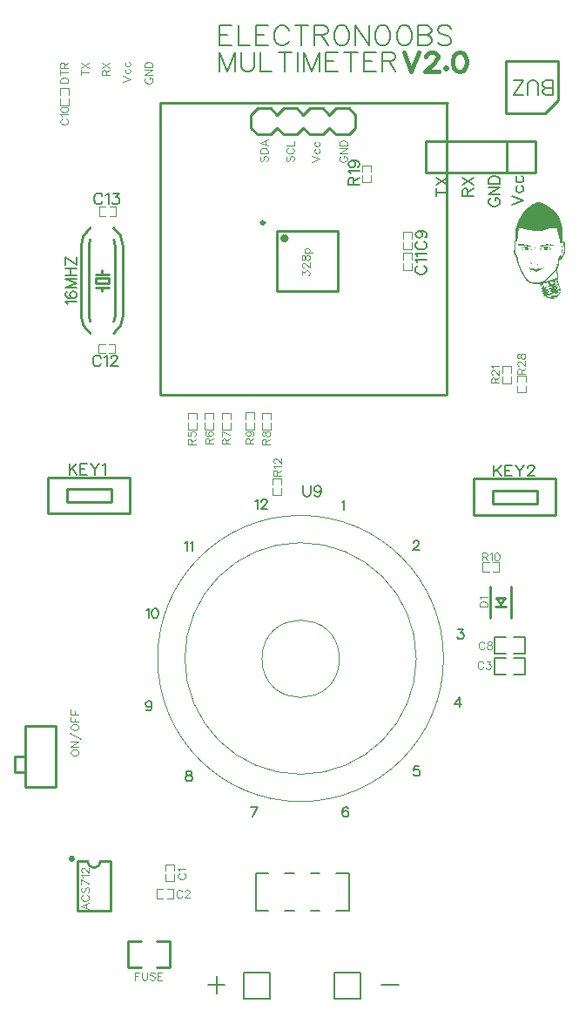
<source format=gto>
G04 Layer: TopSilkLayer*
G04 EasyEDA v6.2.46, 2019-12-15T14:12:23+01:00*
G04 62ef9a7e5eba40e79a6bb794ca2fffcb,674c0623d3a246009f606e19fc16e94a,10*
G04 Gerber Generator version 0.2*
G04 Scale: 100 percent, Rotated: No, Reflected: No *
G04 Dimensions in millimeters *
G04 leading zeros omitted , absolute positions ,3 integer and 3 decimal *
%FSLAX33Y33*%
%MOMM*%
G90*
G71D02*

%ADD10C,0.254000*%
%ADD12C,0.299999*%
%ADD36C,0.399999*%
%ADD50C,0.101600*%
%ADD51C,0.200000*%
%ADD52C,0.203200*%
%ADD53C,0.202999*%
%ADD54C,0.050013*%
%ADD55C,0.059995*%
%ADD56C,0.100000*%
%ADD57C,0.152400*%

%LPD*%

%LPD*%
G36*
G01X50657Y82111D02*
G01X50587Y82122D01*
G01X50516Y82116D01*
G01X50419Y82093D01*
G01X50359Y82074D01*
G01X50282Y82045D01*
G01X50199Y82010D01*
G01X50117Y81973D01*
G01X50067Y81949D01*
G01X50019Y81923D01*
G01X49970Y81896D01*
G01X49923Y81868D01*
G01X49875Y81840D01*
G01X49828Y81810D01*
G01X49782Y81779D01*
G01X49690Y81713D01*
G01X49645Y81678D01*
G01X49557Y81606D01*
G01X49513Y81568D01*
G01X49471Y81529D01*
G01X49428Y81489D01*
G01X49386Y81448D01*
G01X49345Y81406D01*
G01X49304Y81363D01*
G01X49264Y81319D01*
G01X49225Y81274D01*
G01X49186Y81228D01*
G01X49148Y81181D01*
G01X49110Y81133D01*
G01X49073Y81085D01*
G01X49037Y81035D01*
G01X49001Y80984D01*
G01X48931Y80880D01*
G01X48898Y80826D01*
G01X48864Y80772D01*
G01X48832Y80717D01*
G01X48800Y80660D01*
G01X48769Y80604D01*
G01X48738Y80546D01*
G01X48680Y80428D01*
G01X48651Y80367D01*
G01X48597Y80245D01*
G01X48570Y80182D01*
G01X48545Y80118D01*
G01X48521Y80054D01*
G01X48497Y79989D01*
G01X48474Y79924D01*
G01X48452Y79858D01*
G01X48430Y79791D01*
G01X48409Y79723D01*
G01X48390Y79654D01*
G01X48374Y79598D01*
G01X48360Y79546D01*
G01X48348Y79497D01*
G01X48338Y79450D01*
G01X48330Y79405D01*
G01X48322Y79358D01*
G01X48316Y79311D01*
G01X48312Y79261D01*
G01X48307Y79207D01*
G01X48304Y79148D01*
G01X48301Y79083D01*
G01X48299Y79010D01*
G01X48297Y78935D01*
G01X48296Y78861D01*
G01X48296Y78790D01*
G01X48297Y78724D01*
G01X48299Y78665D01*
G01X48302Y78614D01*
G01X48306Y78575D01*
G01X48311Y78547D01*
G01X48322Y78493D01*
G01X48321Y78456D01*
G01X48306Y78428D01*
G01X48275Y78398D01*
G01X48256Y78381D01*
G01X48241Y78362D01*
G01X48231Y78337D01*
G01X48224Y78302D01*
G01X48220Y78252D01*
G01X48218Y78182D01*
G01X48218Y77883D01*
G01X48217Y77802D01*
G01X48215Y77723D01*
G01X48212Y77648D01*
G01X48208Y77578D01*
G01X48203Y77517D01*
G01X48198Y77467D01*
G01X48191Y77429D01*
G01X48177Y77344D01*
G01X48175Y77278D01*
G01X48187Y77212D01*
G01X48215Y77125D01*
G01X48243Y77056D01*
G01X48279Y76981D01*
G01X48318Y76909D01*
G01X48357Y76849D01*
G01X48398Y76786D01*
G01X48426Y76731D01*
G01X48440Y76678D01*
G01X48445Y76624D01*
G01X48445Y76585D01*
G01X48447Y76546D01*
G01X48451Y76506D01*
G01X48456Y76465D01*
G01X48463Y76423D01*
G01X48471Y76380D01*
G01X48480Y76335D01*
G01X48492Y76290D01*
G01X48505Y76242D01*
G01X48521Y76194D01*
G01X48537Y76143D01*
G01X48556Y76089D01*
G01X48577Y76035D01*
G01X48600Y75977D01*
G01X48625Y75917D01*
G01X48652Y75855D01*
G01X48682Y75789D01*
G01X48713Y75721D01*
G01X48747Y75650D01*
G01X48783Y75575D01*
G01X48822Y75498D01*
G01X48862Y75416D01*
G01X48906Y75332D01*
G01X48952Y75243D01*
G01X49004Y75146D01*
G01X49053Y75055D01*
G01X49099Y74971D01*
G01X49143Y74893D01*
G01X49186Y74821D01*
G01X49226Y74755D01*
G01X49266Y74694D01*
G01X49304Y74639D01*
G01X49341Y74588D01*
G01X49378Y74541D01*
G01X49414Y74498D01*
G01X49451Y74459D01*
G01X49487Y74423D01*
G01X49524Y74390D01*
G01X49563Y74360D01*
G01X49602Y74332D01*
G01X49642Y74306D01*
G01X49684Y74283D01*
G01X49728Y74260D01*
G01X49773Y74238D01*
G01X49811Y74222D01*
G01X49848Y74209D01*
G01X49886Y74200D01*
G01X49930Y74193D01*
G01X49984Y74188D01*
G01X50049Y74185D01*
G01X50130Y74183D01*
G01X50230Y74183D01*
G01X50327Y74182D01*
G01X50404Y74181D01*
G01X50466Y74178D01*
G01X50514Y74175D01*
G01X50551Y74169D01*
G01X50579Y74162D01*
G01X50599Y74152D01*
G01X50617Y74140D01*
G01X50640Y74124D01*
G01X50666Y74110D01*
G01X50694Y74101D01*
G01X50718Y74098D01*
G01X50745Y74091D01*
G01X50768Y74068D01*
G01X50791Y74023D01*
G01X50816Y73951D01*
G01X50837Y73880D01*
G01X50846Y73830D01*
G01X50845Y73797D01*
G01X50833Y73777D01*
G01X50809Y73743D01*
G01X50806Y73711D01*
G01X50825Y73682D01*
G01X50865Y73657D01*
G01X50911Y73627D01*
G01X50937Y73588D01*
G01X50939Y73547D01*
G01X50916Y73513D01*
G01X50888Y73485D01*
G01X50883Y73460D01*
G01X50901Y73437D01*
G01X50943Y73414D01*
G01X50992Y73385D01*
G01X51018Y73350D01*
G01X51021Y73317D01*
G01X50996Y73291D01*
G01X50965Y73263D01*
G01X50959Y73231D01*
G01X50977Y73200D01*
G01X51018Y73177D01*
G01X51070Y73152D01*
G01X51098Y73124D01*
G01X51100Y73097D01*
G01X51076Y73074D01*
G01X51046Y73053D01*
G01X51032Y73029D01*
G01X51033Y73005D01*
G01X51047Y72982D01*
G01X51074Y72961D01*
G01X51112Y72942D01*
G01X51160Y72929D01*
G01X51217Y72922D01*
G01X51261Y72916D01*
G01X51301Y72906D01*
G01X51333Y72893D01*
G01X51352Y72879D01*
G01X51399Y72841D01*
G01X51475Y72804D01*
G01X51566Y72773D01*
G01X51662Y72752D01*
G01X51757Y72739D01*
G01X51839Y72729D01*
G01X51911Y72723D01*
G01X51975Y72722D01*
G01X52030Y72727D01*
G01X52081Y72736D01*
G01X52128Y72751D01*
G01X52174Y72773D01*
G01X52218Y72801D01*
G01X52264Y72836D01*
G01X52313Y72879D01*
G01X52366Y72929D01*
G01X52431Y72994D01*
G01X52494Y73062D01*
G01X52555Y73130D01*
G01X52610Y73196D01*
G01X52659Y73259D01*
G01X52700Y73317D01*
G01X52731Y73368D01*
G01X52752Y73408D01*
G01X52759Y73437D01*
G01X52758Y73464D01*
G01X52747Y73492D01*
G01X52725Y73523D01*
G01X52700Y73556D01*
G01X52690Y73585D01*
G01X52692Y73616D01*
G01X52707Y73658D01*
G01X52721Y73702D01*
G01X52721Y73731D01*
G01X52703Y73758D01*
G01X52626Y73821D01*
G01X52609Y73846D01*
G01X52610Y73874D01*
G01X52626Y73913D01*
G01X52642Y73949D01*
G01X52646Y73975D01*
G01X52638Y73993D01*
G01X52617Y74011D01*
G01X52599Y74031D01*
G01X52584Y74062D01*
G01X52573Y74101D01*
G01X52567Y74147D01*
G01X52560Y74201D01*
G01X52548Y74238D01*
G01X52529Y74263D01*
G01X52499Y74279D01*
G01X52471Y74294D01*
G01X52455Y74312D01*
G01X52449Y74335D01*
G01X52453Y74367D01*
G01X52456Y74396D01*
G01X52453Y74425D01*
G01X52444Y74453D01*
G01X52432Y74475D01*
G01X52416Y74501D01*
G01X52414Y74529D01*
G01X52425Y74565D01*
G01X52452Y74617D01*
G01X52467Y74648D01*
G01X52479Y74680D01*
G01X52489Y74716D01*
G01X52496Y74754D01*
G01X52499Y74796D01*
G01X52500Y74841D01*
G01X52498Y74892D01*
G01X52493Y74948D01*
G01X52486Y75010D01*
G01X52475Y75079D01*
G01X52461Y75154D01*
G01X52444Y75238D01*
G01X52423Y75345D01*
G01X52408Y75433D01*
G01X52399Y75505D01*
G01X52395Y75563D01*
G01X52398Y75611D01*
G01X52406Y75653D01*
G01X52421Y75690D01*
G01X52441Y75728D01*
G01X52467Y75776D01*
G01X52492Y75831D01*
G01X52513Y75893D01*
G01X52533Y75961D01*
G01X52550Y76034D01*
G01X52564Y76112D01*
G01X52576Y76195D01*
G01X52585Y76281D01*
G01X52599Y76445D01*
G01X52617Y76530D01*
G01X52646Y76560D01*
G01X52695Y76557D01*
G01X52738Y76554D01*
G01X52778Y76561D01*
G01X52815Y76582D01*
G01X52852Y76616D01*
G01X52889Y76666D01*
G01X52929Y76733D01*
G01X52970Y76817D01*
G01X53016Y76922D01*
G01X53047Y76998D01*
G01X53075Y77071D01*
G01X53100Y77141D01*
G01X53121Y77208D01*
G01X53139Y77270D01*
G01X53153Y77328D01*
G01X53164Y77383D01*
G01X53171Y77432D01*
G01X53174Y77477D01*
G01X53173Y77516D01*
G01X53169Y77550D01*
G01X53161Y77578D01*
G01X53151Y77623D01*
G01X53143Y77697D01*
G01X53137Y77791D01*
G01X53135Y77894D01*
G01X53134Y77996D01*
G01X53130Y78079D01*
G01X53123Y78144D01*
G01X53111Y78193D01*
G01X53094Y78230D01*
G01X53071Y78258D01*
G01X53040Y78277D01*
G01X53002Y78292D01*
G01X52917Y78319D01*
G01X52915Y78846D01*
G01X52914Y78924D01*
G01X52913Y79001D01*
G01X52911Y79076D01*
G01X52908Y79150D01*
G01X52905Y79222D01*
G01X52901Y79294D01*
G01X52896Y79364D01*
G01X52890Y79432D01*
G01X52883Y79499D01*
G01X52876Y79565D01*
G01X52868Y79630D01*
G01X52859Y79694D01*
G01X52850Y79756D01*
G01X52840Y79817D01*
G01X52829Y79878D01*
G01X52805Y79994D01*
G01X52792Y80051D01*
G01X52778Y80106D01*
G01X52763Y80161D01*
G01X52748Y80214D01*
G01X52731Y80267D01*
G01X52714Y80319D01*
G01X52678Y80419D01*
G01X52638Y80515D01*
G01X52617Y80562D01*
G01X52593Y80612D01*
G01X52569Y80660D01*
G01X52545Y80705D01*
G01X52521Y80749D01*
G01X52496Y80791D01*
G01X52470Y80832D01*
G01X52442Y80872D01*
G01X52413Y80912D01*
G01X52382Y80953D01*
G01X52348Y80994D01*
G01X52312Y81035D01*
G01X52273Y81078D01*
G01X52232Y81123D01*
G01X52186Y81169D01*
G01X52137Y81219D01*
G01X52084Y81271D01*
G01X52035Y81317D01*
G01X51987Y81361D01*
G01X51937Y81405D01*
G01X51887Y81448D01*
G01X51836Y81490D01*
G01X51784Y81531D01*
G01X51732Y81571D01*
G01X51626Y81647D01*
G01X51572Y81684D01*
G01X51517Y81719D01*
G01X51461Y81754D01*
G01X51406Y81787D01*
G01X51349Y81819D01*
G01X51292Y81850D01*
G01X51234Y81881D01*
G01X51176Y81910D01*
G01X51118Y81938D01*
G01X50998Y81990D01*
G01X50938Y82014D01*
G01X50877Y82038D01*
G01X50816Y82060D01*
G01X50754Y82081D01*
G01X50657Y82111D01*
G37*

%LPC*%
G36*
G01X52256Y72901D02*
G01X52233Y72902D01*
G01X52163Y72881D01*
G01X52033Y72835D01*
G01X51934Y72799D01*
G01X51888Y72777D01*
G01X51889Y72768D01*
G01X51931Y72765D01*
G01X52016Y72776D01*
G01X52114Y72806D01*
G01X52200Y72844D01*
G01X52249Y72882D01*
G01X52256Y72901D01*
G37*
G36*
G01X52575Y73605D02*
G01X52545Y73611D01*
G01X52498Y73590D01*
G01X52479Y73551D01*
G01X52479Y73483D01*
G01X52495Y73410D01*
G01X52524Y73353D01*
G01X52529Y73325D01*
G01X52496Y73299D01*
G01X52427Y73273D01*
G01X52322Y73250D01*
G01X52271Y73240D01*
G01X52222Y73229D01*
G01X52182Y73219D01*
G01X52155Y73211D01*
G01X52135Y73206D01*
G01X52121Y73208D01*
G01X52113Y73217D01*
G01X52110Y73233D01*
G01X52106Y73253D01*
G01X52088Y73258D01*
G01X52048Y73249D01*
G01X51979Y73225D01*
G01X51923Y73203D01*
G01X51869Y73178D01*
G01X51824Y73153D01*
G01X51793Y73131D01*
G01X51764Y73112D01*
G01X51724Y73091D01*
G01X51676Y73070D01*
G01X51624Y73050D01*
G01X51570Y73032D01*
G01X51518Y73018D01*
G01X51471Y73009D01*
G01X51433Y73005D01*
G01X51412Y73003D01*
G01X51409Y72997D01*
G01X51426Y72986D01*
G01X51463Y72969D01*
G01X51497Y72953D01*
G01X51527Y72934D01*
G01X51550Y72914D01*
G01X51563Y72896D01*
G01X51586Y72875D01*
G01X51634Y72871D01*
G01X51705Y72883D01*
G01X51799Y72912D01*
G01X51827Y72924D01*
G01X51841Y72936D01*
G01X51841Y72950D01*
G01X51830Y72968D01*
G01X51813Y72992D01*
G01X51824Y73011D01*
G01X51874Y73033D01*
G01X51977Y73066D01*
G01X52054Y73088D01*
G01X52098Y73096D01*
G01X52124Y73088D01*
G01X52167Y73045D01*
G01X52196Y73038D01*
G01X52246Y73049D01*
G01X52333Y73078D01*
G01X52417Y73111D01*
G01X52479Y73147D01*
G01X52533Y73197D01*
G01X52594Y73274D01*
G01X52658Y73366D01*
G01X52691Y73432D01*
G01X52696Y73476D01*
G01X52674Y73503D01*
G01X52664Y73505D01*
G01X52656Y73500D01*
G01X52650Y73487D01*
G01X52649Y73470D01*
G01X52647Y73449D01*
G01X52641Y73431D01*
G01X52633Y73416D01*
G01X52623Y73406D01*
G01X52612Y73408D01*
G01X52604Y73425D01*
G01X52599Y73457D01*
G01X52597Y73502D01*
G01X52592Y73569D01*
G01X52575Y73605D01*
G37*
G36*
G01X51696Y73430D02*
G01X51682Y73439D01*
G01X51652Y73433D01*
G01X51604Y73413D01*
G01X51581Y73399D01*
G01X51563Y73382D01*
G01X51551Y73363D01*
G01X51546Y73345D01*
G01X51543Y73326D01*
G01X51536Y73307D01*
G01X51524Y73289D01*
G01X51511Y73275D01*
G01X51495Y73260D01*
G01X51482Y73242D01*
G01X51470Y73221D01*
G01X51462Y73201D01*
G01X51458Y73177D01*
G01X51467Y73167D01*
G01X51496Y73172D01*
G01X51553Y73190D01*
G01X51608Y73211D01*
G01X51676Y73240D01*
G01X51750Y73275D01*
G01X51826Y73312D01*
G01X51894Y73347D01*
G01X51950Y73378D01*
G01X51986Y73401D01*
G01X51996Y73413D01*
G01X51988Y73414D01*
G01X51972Y73411D01*
G01X51953Y73404D01*
G01X51930Y73394D01*
G01X51901Y73381D01*
G01X51881Y73377D01*
G01X51866Y73381D01*
G01X51854Y73394D01*
G01X51842Y73406D01*
G01X51827Y73411D01*
G01X51808Y73408D01*
G01X51782Y73397D01*
G01X51740Y73377D01*
G01X51715Y73372D01*
G01X51703Y73381D01*
G01X51700Y73406D01*
G01X51696Y73430D01*
G37*
G36*
G01X51609Y73656D02*
G01X51601Y73658D01*
G01X51552Y73647D01*
G01X51519Y73633D01*
G01X51501Y73614D01*
G01X51495Y73591D01*
G01X51490Y73570D01*
G01X51476Y73545D01*
G01X51456Y73519D01*
G01X51406Y73473D01*
G01X51386Y73451D01*
G01X51372Y73432D01*
G01X51367Y73418D01*
G01X51367Y73402D01*
G01X51378Y73397D01*
G01X51412Y73404D01*
G01X51482Y73426D01*
G01X51542Y73445D01*
G01X51600Y73467D01*
G01X51653Y73491D01*
G01X51702Y73516D01*
G01X51743Y73540D01*
G01X51775Y73563D01*
G01X51795Y73584D01*
G01X51803Y73601D01*
G01X51796Y73625D01*
G01X51776Y73635D01*
G01X51743Y73630D01*
G01X51698Y73611D01*
G01X51673Y73601D01*
G01X51655Y73599D01*
G01X51642Y73606D01*
G01X51633Y73623D01*
G01X51626Y73638D01*
G01X51617Y73649D01*
G01X51609Y73656D01*
G37*
G36*
G01X52539Y73855D02*
G01X52525Y73864D01*
G01X52502Y73857D01*
G01X52463Y73835D01*
G01X52435Y73817D01*
G01X52413Y73795D01*
G01X52398Y73773D01*
G01X52392Y73754D01*
G01X52390Y73736D01*
G01X52384Y73720D01*
G01X52375Y73705D01*
G01X52365Y73696D01*
G01X52355Y73688D01*
G01X52349Y73676D01*
G01X52347Y73663D01*
G01X52349Y73651D01*
G01X52345Y73634D01*
G01X52325Y73610D01*
G01X52291Y73582D01*
G01X52248Y73554D01*
G01X52205Y73527D01*
G01X52169Y73503D01*
G01X52145Y73484D01*
G01X52136Y73474D01*
G01X52140Y73472D01*
G01X52153Y73475D01*
G01X52171Y73484D01*
G01X52193Y73497D01*
G01X52232Y73518D01*
G01X52294Y73553D01*
G01X52370Y73593D01*
G01X52453Y73636D01*
G01X52551Y73689D01*
G01X52606Y73725D01*
G01X52624Y73748D01*
G01X52611Y73763D01*
G01X52593Y73776D01*
G01X52575Y73793D01*
G01X52561Y73812D01*
G01X52551Y73831D01*
G01X52539Y73855D01*
G37*
G36*
G01X51119Y73610D02*
G01X51107Y73612D01*
G01X51099Y73610D01*
G01X51094Y73605D01*
G01X51094Y73597D01*
G01X51098Y73588D01*
G01X51106Y73578D01*
G01X51116Y73571D01*
G01X51128Y73566D01*
G01X51139Y73564D01*
G01X51148Y73566D01*
G01X51153Y73571D01*
G01X51153Y73578D01*
G01X51149Y73588D01*
G01X51141Y73597D01*
G01X51130Y73605D01*
G01X51119Y73610D01*
G37*
G36*
G01X51529Y74179D02*
G01X51482Y74308D01*
G01X51259Y74257D01*
G01X51171Y74235D01*
G01X51096Y74214D01*
G01X51041Y74198D01*
G01X51016Y74186D01*
G01X51013Y74167D01*
G01X51018Y74129D01*
G01X51032Y74077D01*
G01X51083Y73924D01*
G01X51090Y73869D01*
G01X51071Y73841D01*
G01X51024Y73826D01*
G01X50999Y73828D01*
G01X50979Y73846D01*
G01X50960Y73885D01*
G01X50940Y73950D01*
G01X50924Y74004D01*
G01X50907Y74052D01*
G01X50890Y74091D01*
G01X50876Y74114D01*
G01X50841Y74145D01*
G01X50828Y74131D01*
G01X50841Y74070D01*
G01X50876Y73964D01*
G01X50905Y73893D01*
G01X50933Y73835D01*
G01X50958Y73796D01*
G01X50976Y73782D01*
G01X51001Y73787D01*
G01X51044Y73800D01*
G01X51100Y73819D01*
G01X51162Y73843D01*
G01X51222Y73866D01*
G01X51272Y73886D01*
G01X51308Y73898D01*
G01X51324Y73904D01*
G01X51330Y73878D01*
G01X51326Y73817D01*
G01X51313Y73743D01*
G01X51294Y73682D01*
G01X51282Y73656D01*
G01X51266Y73632D01*
G01X51249Y73613D01*
G01X51234Y73603D01*
G01X51226Y73598D01*
G01X51229Y73597D01*
G01X51242Y73598D01*
G01X51264Y73602D01*
G01X51292Y73610D01*
G01X51334Y73626D01*
G01X51389Y73648D01*
G01X51451Y73673D01*
G01X51519Y73702D01*
G01X51588Y73733D01*
G01X51655Y73763D01*
G01X51718Y73793D01*
G01X51772Y73819D01*
G01X51816Y73841D01*
G01X51843Y73857D01*
G01X51854Y73865D01*
G01X51849Y73868D01*
G01X51834Y73866D01*
G01X51813Y73860D01*
G01X51788Y73850D01*
G01X51756Y73838D01*
G01X51733Y73833D01*
G01X51716Y73838D01*
G01X51704Y73849D01*
G01X51694Y73859D01*
G01X51681Y73864D01*
G01X51666Y73862D01*
G01X51648Y73854D01*
G01X51608Y73836D01*
G01X51576Y73832D01*
G01X51554Y73843D01*
G01X51546Y73867D01*
G01X51542Y73881D01*
G01X51532Y73893D01*
G01X51515Y73900D01*
G01X51495Y73904D01*
G01X51453Y73910D01*
G01X51451Y73928D01*
G01X51491Y73961D01*
G01X51574Y74009D01*
G01X51623Y74037D01*
G01X51662Y74061D01*
G01X51686Y74080D01*
G01X51691Y74089D01*
G01X51682Y74092D01*
G01X51667Y74090D01*
G01X51648Y74084D01*
G01X51628Y74075D01*
G01X51599Y74065D01*
G01X51577Y74074D01*
G01X51556Y74110D01*
G01X51529Y74179D01*
G37*
G36*
G01X52081Y73733D02*
G01X52078Y73733D01*
G01X52039Y73715D01*
G01X51969Y73673D01*
G01X51906Y73632D01*
G01X51885Y73613D01*
G01X51925Y73628D01*
G01X51993Y73663D01*
G01X52056Y73701D01*
G01X52084Y73724D01*
G01X52084Y73728D01*
G01X52083Y73731D01*
G01X52081Y73733D01*
G37*
G36*
G01X52502Y74166D02*
G01X52507Y74171D01*
G01X52502Y74169D01*
G01X52502Y74166D01*
G01X52411Y74089D01*
G01X52374Y74054D01*
G01X52343Y74020D01*
G01X52323Y73989D01*
G01X52315Y73968D01*
G01X52313Y73952D01*
G01X52307Y73940D01*
G01X52298Y73931D01*
G01X52286Y73927D01*
G01X52276Y73924D01*
G01X52270Y73914D01*
G01X52268Y73899D01*
G01X52271Y73881D01*
G01X52273Y73857D01*
G01X52264Y73838D01*
G01X52243Y73821D01*
G01X52209Y73805D01*
G01X52179Y73792D01*
G01X52152Y73778D01*
G01X52132Y73765D01*
G01X52121Y73755D01*
G01X52129Y73745D01*
G01X52178Y73760D01*
G01X52257Y73798D01*
G01X52354Y73853D01*
G01X52406Y73882D01*
G01X52456Y73906D01*
G01X52497Y73922D01*
G01X52525Y73927D01*
G01X52558Y73935D01*
G01X52570Y73952D01*
G01X52562Y73973D01*
G01X52533Y73991D01*
G01X52517Y74004D01*
G01X52505Y74028D01*
G01X52501Y74066D01*
G01X52501Y74118D01*
G01X52502Y74166D01*
G37*
G36*
G01X52380Y74337D02*
G01X52368Y74343D01*
G01X52344Y74335D01*
G01X52302Y74312D01*
G01X52273Y74291D01*
G01X52250Y74269D01*
G01X52236Y74247D01*
G01X52234Y74229D01*
G01X52234Y74211D01*
G01X52231Y74192D01*
G01X52223Y74173D01*
G01X52212Y74158D01*
G01X52202Y74142D01*
G01X52195Y74127D01*
G01X52194Y74112D01*
G01X52198Y74101D01*
G01X52197Y74087D01*
G01X52182Y74069D01*
G01X52157Y74047D01*
G01X52123Y74025D01*
G01X52088Y74004D01*
G01X52060Y73984D01*
G01X52041Y73970D01*
G01X52033Y73961D01*
G01X52049Y73961D01*
G01X52090Y73979D01*
G01X52148Y74009D01*
G01X52213Y74048D01*
G01X52247Y74068D01*
G01X52292Y74089D01*
G01X52342Y74111D01*
G01X52392Y74130D01*
G01X52502Y74169D01*
G01X52502Y74177D01*
G01X52496Y74214D01*
G01X52479Y74238D01*
G01X52451Y74254D01*
G01X52428Y74267D01*
G01X52408Y74283D01*
G01X52394Y74300D01*
G01X52386Y74317D01*
G01X52380Y74337D01*
G37*
G36*
G01X52242Y74577D02*
G01X52227Y74577D01*
G01X52219Y74563D01*
G01X52219Y74530D01*
G01X52226Y74478D01*
G01X52235Y74414D01*
G01X52228Y74375D01*
G01X52199Y74349D01*
G01X52140Y74318D01*
G01X52050Y74279D01*
G01X51993Y74271D01*
G01X51960Y74295D01*
G01X51942Y74352D01*
G01X51926Y74406D01*
G01X51900Y74431D01*
G01X51855Y74431D01*
G01X51779Y74410D01*
G01X51741Y74395D01*
G01X51719Y74380D01*
G01X51710Y74363D01*
G01X51714Y74343D01*
G01X51750Y74253D01*
G01X51767Y74196D01*
G01X51766Y74159D01*
G01X51747Y74130D01*
G01X51734Y74113D01*
G01X51728Y74103D01*
G01X51733Y74101D01*
G01X51754Y74108D01*
G01X51795Y74126D01*
G01X51860Y74156D01*
G01X51954Y74201D01*
G01X52080Y74261D01*
G01X52200Y74320D01*
G01X52293Y74368D01*
G01X52348Y74401D01*
G01X52359Y74413D01*
G01X52343Y74419D01*
G01X52327Y74435D01*
G01X52311Y74460D01*
G01X52299Y74490D01*
G01X52287Y74521D01*
G01X52273Y74547D01*
G01X52257Y74567D01*
G01X52242Y74577D01*
G37*
G36*
G01X52237Y79601D02*
G01X52127Y79601D01*
G01X52065Y79600D01*
G01X52007Y79598D01*
G01X51952Y79595D01*
G01X51899Y79592D01*
G01X51848Y79587D01*
G01X51799Y79581D01*
G01X51750Y79574D01*
G01X51702Y79566D01*
G01X51653Y79556D01*
G01X51604Y79544D01*
G01X51552Y79531D01*
G01X51499Y79516D01*
G01X51443Y79499D01*
G01X51383Y79480D01*
G01X51319Y79459D01*
G01X51251Y79435D01*
G01X51167Y79406D01*
G01X51088Y79380D01*
G01X51013Y79357D01*
G01X50943Y79338D01*
G01X50877Y79320D01*
G01X50814Y79306D01*
G01X50754Y79294D01*
G01X50696Y79285D01*
G01X50640Y79279D01*
G01X50585Y79275D01*
G01X50531Y79273D01*
G01X50477Y79274D01*
G01X50423Y79277D01*
G01X50367Y79282D01*
G01X50310Y79290D01*
G01X50252Y79300D01*
G01X50199Y79309D01*
G01X50136Y79319D01*
G01X50065Y79332D01*
G01X49990Y79345D01*
G01X49913Y79358D01*
G01X49834Y79372D01*
G01X49758Y79384D01*
G01X49685Y79397D01*
G01X49614Y79409D01*
G01X49539Y79423D01*
G01X49462Y79437D01*
G01X49387Y79452D01*
G01X49315Y79467D01*
G01X49249Y79480D01*
G01X49190Y79494D01*
G01X49141Y79505D01*
G01X49046Y79526D01*
G01X48959Y79542D01*
G01X48880Y79551D01*
G01X48812Y79556D01*
G01X48753Y79554D01*
G01X48707Y79546D01*
G01X48674Y79533D01*
G01X48654Y79513D01*
G01X48644Y79485D01*
G01X48633Y79441D01*
G01X48623Y79385D01*
G01X48615Y79325D01*
G01X48596Y79144D01*
G01X48580Y78985D01*
G01X48565Y78846D01*
G01X48552Y78728D01*
G01X48540Y78627D01*
G01X48530Y78543D01*
G01X48520Y78474D01*
G01X48510Y78419D01*
G01X48501Y78376D01*
G01X48492Y78344D01*
G01X48482Y78322D01*
G01X48471Y78307D01*
G01X48460Y78300D01*
G01X48448Y78297D01*
G01X48434Y78298D01*
G01X48419Y78301D01*
G01X48398Y78305D01*
G01X48379Y78304D01*
G01X48364Y78300D01*
G01X48354Y78292D01*
G01X48352Y78285D01*
G01X48349Y78267D01*
G01X48347Y78240D01*
G01X48344Y78206D01*
G01X48342Y78163D01*
G01X48339Y78112D01*
G01X48336Y78054D01*
G01X48334Y77990D01*
G01X48331Y77919D01*
G01X48328Y77843D01*
G01X48325Y77761D01*
G01X48322Y77673D01*
G01X48320Y77581D01*
G01X48317Y77485D01*
G01X48315Y77386D01*
G01X48312Y77283D01*
G01X48316Y77239D01*
G01X48327Y77188D01*
G01X48345Y77133D01*
G01X48369Y77076D01*
G01X48397Y77019D01*
G01X48429Y76965D01*
G01X48463Y76916D01*
G01X48497Y76875D01*
G01X48510Y76859D01*
G01X48522Y76835D01*
G01X48534Y76802D01*
G01X48546Y76761D01*
G01X48557Y76710D01*
G01X48569Y76650D01*
G01X48582Y76578D01*
G01X48596Y76495D01*
G01X48610Y76408D01*
G01X48624Y76329D01*
G01X48639Y76258D01*
G01X48656Y76192D01*
G01X48673Y76130D01*
G01X48692Y76072D01*
G01X48713Y76015D01*
G01X48737Y75958D01*
G01X48755Y75918D01*
G01X48776Y75872D01*
G01X48801Y75821D01*
G01X48827Y75766D01*
G01X48856Y75707D01*
G01X48952Y75515D01*
G01X48987Y75447D01*
G01X49058Y75311D01*
G01X49093Y75244D01*
G01X49129Y75177D01*
G01X49163Y75113D01*
G01X49197Y75050D01*
G01X49229Y74991D01*
G01X49260Y74935D01*
G01X49289Y74883D01*
G01X49315Y74836D01*
G01X49340Y74794D01*
G01X49361Y74758D01*
G01X49379Y74729D01*
G01X49394Y74706D01*
G01X49405Y74691D01*
G01X49466Y74619D01*
G01X49418Y74752D01*
G01X49399Y74811D01*
G01X49384Y74872D01*
G01X49374Y74927D01*
G01X49370Y74971D01*
G01X49373Y75006D01*
G01X49382Y75004D01*
G01X49400Y74962D01*
G01X49429Y74874D01*
G01X49457Y74791D01*
G01X49482Y74718D01*
G01X49506Y74657D01*
G01X49529Y74605D01*
G01X49553Y74560D01*
G01X49578Y74523D01*
G01X49606Y74490D01*
G01X49637Y74461D01*
G01X49673Y74435D01*
G01X49714Y74411D01*
G01X49762Y74387D01*
G01X49816Y74361D01*
G01X49903Y74325D01*
G01X49979Y74304D01*
G01X50064Y74295D01*
G01X50175Y74292D01*
G01X50256Y74294D01*
G01X50336Y74298D01*
G01X50415Y74304D01*
G01X50493Y74313D01*
G01X50569Y74324D01*
G01X50644Y74337D01*
G01X50717Y74352D01*
G01X50787Y74369D01*
G01X50854Y74388D01*
G01X50918Y74408D01*
G01X50979Y74431D01*
G01X51036Y74455D01*
G01X51089Y74481D01*
G01X51137Y74508D01*
G01X51181Y74536D01*
G01X51220Y74565D01*
G01X51286Y74624D01*
G01X51328Y74677D01*
G01X51356Y74739D01*
G01X51380Y74826D01*
G01X51418Y74983D01*
G01X51409Y74855D01*
G01X51405Y74782D01*
G01X51408Y74749D01*
G01X51422Y74748D01*
G01X51451Y74770D01*
G01X51473Y74789D01*
G01X51500Y74814D01*
G01X51532Y74846D01*
G01X51567Y74883D01*
G01X51607Y74924D01*
G01X51649Y74969D01*
G01X51694Y75018D01*
G01X51741Y75069D01*
G01X51789Y75122D01*
G01X51838Y75177D01*
G01X51887Y75231D01*
G01X51935Y75286D01*
G01X51982Y75340D01*
G01X52028Y75393D01*
G01X52071Y75443D01*
G01X52111Y75491D01*
G01X52147Y75536D01*
G01X52180Y75576D01*
G01X52208Y75611D01*
G01X52230Y75641D01*
G01X52269Y75697D01*
G01X52302Y75748D01*
G01X52331Y75798D01*
G01X52356Y75848D01*
G01X52378Y75898D01*
G01X52396Y75953D01*
G01X52412Y76013D01*
G01X52426Y76079D01*
G01X52439Y76154D01*
G01X52451Y76239D01*
G01X52462Y76336D01*
G01X52473Y76447D01*
G01X52492Y76615D01*
G01X52508Y76716D01*
G01X52527Y76767D01*
G01X52552Y76784D01*
G01X52569Y76792D01*
G01X52584Y76802D01*
G01X52593Y76815D01*
G01X52597Y76828D01*
G01X52614Y76864D01*
G01X52654Y76897D01*
G01X52703Y76918D01*
G01X52747Y76919D01*
G01X52766Y76910D01*
G01X52786Y76899D01*
G01X52804Y76885D01*
G01X52818Y76871D01*
G01X52837Y76865D01*
G01X52860Y76890D01*
G01X52893Y76955D01*
G01X52941Y77065D01*
G01X52964Y77122D01*
G01X52983Y77173D01*
G01X52999Y77218D01*
G01X53011Y77262D01*
G01X53020Y77307D01*
G01X53027Y77355D01*
G01X53030Y77410D01*
G01X53032Y77472D01*
G01X53031Y77546D01*
G01X53028Y77635D01*
G01X53024Y77739D01*
G01X53018Y77862D01*
G01X53009Y78029D01*
G01X52999Y78123D01*
G01X52981Y78169D01*
G01X52954Y78186D01*
G01X52929Y78190D01*
G01X52904Y78184D01*
G01X52881Y78170D01*
G01X52857Y78147D01*
G01X52807Y78110D01*
G01X52757Y78110D01*
G01X52713Y78146D01*
G01X52680Y78216D01*
G01X52666Y78267D01*
G01X52649Y78340D01*
G01X52629Y78425D01*
G01X52611Y78513D01*
G01X52602Y78550D01*
G01X52591Y78599D01*
G01X52578Y78657D01*
G01X52562Y78723D01*
G01X52544Y78796D01*
G01X52526Y78873D01*
G01X52506Y78953D01*
G01X52486Y79035D01*
G01X52465Y79117D01*
G01X52445Y79198D01*
G01X52426Y79276D01*
G01X52407Y79348D01*
G01X52390Y79415D01*
G01X52374Y79474D01*
G01X52361Y79524D01*
G01X52349Y79562D01*
G01X52336Y79583D01*
G01X52302Y79596D01*
G01X52237Y79601D01*
G37*
G36*
G01X52286Y75477D02*
G01X52281Y75495D01*
G01X52268Y75482D01*
G01X52236Y75446D01*
G01X52189Y75391D01*
G01X52132Y75325D01*
G01X52095Y75281D01*
G01X52055Y75235D01*
G01X52012Y75187D01*
G01X51967Y75137D01*
G01X51921Y75086D01*
G01X51872Y75035D01*
G01X51824Y74983D01*
G01X51774Y74931D01*
G01X51725Y74880D01*
G01X51676Y74830D01*
G01X51581Y74735D01*
G01X51536Y74691D01*
G01X51493Y74649D01*
G01X51453Y74611D01*
G01X51415Y74577D01*
G01X51381Y74546D01*
G01X51351Y74520D01*
G01X51325Y74499D01*
G01X51304Y74484D01*
G01X51259Y74452D01*
G01X51225Y74425D01*
G01X51203Y74405D01*
G01X51198Y74395D01*
G01X51211Y74394D01*
G01X51245Y74399D01*
G01X51295Y74410D01*
G01X51362Y74427D01*
G01X51446Y74450D01*
G01X51546Y74479D01*
G01X51661Y74513D01*
G01X51790Y74552D01*
G01X51932Y74598D01*
G01X52001Y74623D01*
G01X52067Y74647D01*
G01X52130Y74672D01*
G01X52189Y74696D01*
G01X52242Y74719D01*
G01X52289Y74741D01*
G01X52329Y74762D01*
G01X52362Y74780D01*
G01X52385Y74797D01*
G01X52400Y74810D01*
G01X52407Y74830D01*
G01X52410Y74863D01*
G01X52408Y74907D01*
G01X52403Y74962D01*
G01X52393Y75029D01*
G01X52378Y75104D01*
G01X52360Y75190D01*
G01X52337Y75284D01*
G01X52316Y75365D01*
G01X52299Y75432D01*
G01X52286Y75477D01*
G37*

%LPD*%
G36*
G01X50884Y78461D02*
G01X50854Y78461D01*
G01X50822Y78458D01*
G01X50783Y78453D01*
G01X50741Y78447D01*
G01X50700Y78440D01*
G01X50611Y78422D01*
G01X50726Y78419D01*
G01X50774Y78420D01*
G01X50819Y78424D01*
G01X50856Y78431D01*
G01X50880Y78440D01*
G01X50896Y78451D01*
G01X50897Y78458D01*
G01X50884Y78461D01*
G37*

%LPD*%
G36*
G01X50468Y78312D02*
G01X50431Y78312D01*
G01X50396Y78311D01*
G01X50376Y78309D01*
G01X50372Y78305D01*
G01X50387Y78301D01*
G01X50413Y78298D01*
G01X50441Y78297D01*
G01X50467Y78299D01*
G01X50489Y78302D01*
G01X50498Y78306D01*
G01X50491Y78309D01*
G01X50468Y78312D01*
G37*

%LPD*%
G36*
G01X51782Y77998D02*
G01X51704Y78002D01*
G01X51662Y77989D01*
G01X51649Y77957D01*
G01X51656Y77923D01*
G01X51689Y77899D01*
G01X51758Y77883D01*
G01X51877Y77868D01*
G01X51963Y77860D01*
G01X52010Y77861D01*
G01X52029Y77874D01*
G01X52033Y77901D01*
G01X52028Y77927D01*
G01X52008Y77946D01*
G01X51968Y77962D01*
G01X51904Y77977D01*
G01X51782Y77998D01*
G37*

%LPD*%
G36*
G01X48921Y78019D02*
G01X48850Y78020D01*
G01X48782Y78019D01*
G01X48720Y78015D01*
G01X48663Y78008D01*
G01X48615Y77998D01*
G01X48583Y77985D01*
G01X48565Y77968D01*
G01X48560Y77946D01*
G01X48562Y77932D01*
G01X48570Y77921D01*
G01X48587Y77913D01*
G01X48617Y77907D01*
G01X48663Y77903D01*
G01X48729Y77899D01*
G01X48817Y77897D01*
G01X48932Y77895D01*
G01X49048Y77893D01*
G01X49141Y77890D01*
G01X49218Y77886D01*
G01X49283Y77879D01*
G01X49343Y77868D01*
G01X49401Y77855D01*
G01X49466Y77836D01*
G01X49541Y77812D01*
G01X49686Y77768D01*
G01X49774Y77751D01*
G01X49818Y77761D01*
G01X49829Y77798D01*
G01X49823Y77816D01*
G01X49806Y77835D01*
G01X49779Y77853D01*
G01X49742Y77872D01*
G01X49697Y77890D01*
G01X49645Y77908D01*
G01X49586Y77924D01*
G01X49521Y77941D01*
G01X49453Y77956D01*
G01X49380Y77970D01*
G01X49305Y77982D01*
G01X49228Y77993D01*
G01X49150Y78003D01*
G01X49072Y78010D01*
G01X48996Y78016D01*
G01X48921Y78019D01*
G37*

%LPD*%
G36*
G01X51538Y78017D02*
G01X51493Y78021D01*
G01X51435Y78020D01*
G01X51363Y78014D01*
G01X51277Y78003D01*
G01X51192Y77989D01*
G01X51110Y77974D01*
G01X51033Y77957D01*
G01X50961Y77940D01*
G01X50893Y77922D01*
G01X50833Y77904D01*
G01X50780Y77885D01*
G01X50735Y77867D01*
G01X50698Y77849D01*
G01X50671Y77830D01*
G01X50655Y77814D01*
G01X50649Y77797D01*
G01X50662Y77760D01*
G01X50709Y77750D01*
G01X50802Y77766D01*
G01X50952Y77809D01*
G01X51003Y77824D01*
G01X51059Y77839D01*
G01X51117Y77853D01*
G01X51176Y77865D01*
G01X51233Y77877D01*
G01X51288Y77886D01*
G01X51338Y77893D01*
G01X51382Y77898D01*
G01X51470Y77907D01*
G01X51533Y77918D01*
G01X51573Y77932D01*
G01X51591Y77949D01*
G01X51596Y77974D01*
G01X51589Y77993D01*
G01X51570Y78008D01*
G01X51538Y78017D01*
G37*

%LPD*%
G36*
G01X50229Y77682D02*
G01X50223Y77683D01*
G01X50219Y77678D01*
G01X50216Y77666D01*
G01X50215Y77650D01*
G01X50217Y77632D01*
G01X50220Y77624D01*
G01X50225Y77625D01*
G01X50231Y77635D01*
G01X50235Y77649D01*
G01X50236Y77662D01*
G01X50234Y77673D01*
G01X50229Y77682D01*
G37*

%LPD*%
G36*
G01X49323Y77776D02*
G01X49267Y77778D01*
G01X49212Y77777D01*
G01X49159Y77772D01*
G01X49107Y77764D01*
G01X49059Y77753D01*
G01X48970Y77722D01*
G01X48879Y77677D01*
G01X48807Y77632D01*
G01X48778Y77600D01*
G01X48794Y77589D01*
G01X48837Y77566D01*
G01X48900Y77535D01*
G01X48977Y77499D01*
G01X49041Y77470D01*
G01X49095Y77448D01*
G01X49141Y77433D01*
G01X49187Y77421D01*
G01X49236Y77415D01*
G01X49294Y77411D01*
G01X49366Y77409D01*
G01X49541Y77409D01*
G01X49609Y77411D01*
G01X49663Y77413D01*
G01X49707Y77418D01*
G01X49743Y77425D01*
G01X49774Y77435D01*
G01X49802Y77447D01*
G01X49831Y77463D01*
G01X49868Y77483D01*
G01X49901Y77497D01*
G01X49926Y77504D01*
G01X49938Y77503D01*
G01X49944Y77502D01*
G01X49946Y77507D01*
G01X49945Y77519D01*
G01X49940Y77537D01*
G01X49922Y77563D01*
G01X49880Y77595D01*
G01X49816Y77632D01*
G01X49731Y77672D01*
G01X49673Y77696D01*
G01X49614Y77717D01*
G01X49555Y77735D01*
G01X49496Y77750D01*
G01X49438Y77762D01*
G01X49380Y77770D01*
G01X49323Y77776D01*
G37*

%LPC*%
G36*
G01X49638Y77666D02*
G01X49577Y77686D01*
G01X49555Y77681D01*
G01X49573Y77652D01*
G01X49589Y77620D01*
G01X49592Y77577D01*
G01X49583Y77525D01*
G01X49560Y77464D01*
G01X49555Y77446D01*
G01X49554Y77433D01*
G01X49559Y77424D01*
G01X49569Y77421D01*
G01X49638Y77437D01*
G01X49743Y77473D01*
G01X49838Y77513D01*
G01X49881Y77539D01*
G01X49869Y77551D01*
G01X49839Y77571D01*
G01X49794Y77595D01*
G01X49739Y77622D01*
G01X49638Y77666D01*
G37*
G36*
G01X49277Y77730D02*
G01X49272Y77734D01*
G01X49210Y77721D01*
G01X49114Y77695D01*
G01X49013Y77663D01*
G01X48932Y77634D01*
G01X48842Y77598D01*
G01X48945Y77556D01*
G01X48992Y77537D01*
G01X49045Y77516D01*
G01X49097Y77497D01*
G01X49141Y77481D01*
G01X49236Y77449D01*
G01X49222Y77531D01*
G01X49218Y77571D01*
G01X49222Y77609D01*
G01X49232Y77643D01*
G01X49250Y77675D01*
G01X49264Y77699D01*
G01X49273Y77718D01*
G01X49277Y77730D01*
G37*

%LPD*%
G36*
G01X51291Y77806D02*
G01X51253Y77807D01*
G01X51231Y77803D01*
G01X51191Y77796D01*
G01X51138Y77786D01*
G01X51078Y77773D01*
G01X51021Y77758D01*
G01X50954Y77732D01*
G01X50883Y77701D01*
G01X50813Y77666D01*
G01X50749Y77631D01*
G01X50697Y77598D01*
G01X50662Y77569D01*
G01X50649Y77548D01*
G01X50657Y77538D01*
G01X50678Y77526D01*
G01X50708Y77512D01*
G01X50745Y77498D01*
G01X50839Y77468D01*
G01X50919Y77444D01*
G01X50989Y77426D01*
G01X51053Y77413D01*
G01X51114Y77405D01*
G01X51176Y77402D01*
G01X51244Y77402D01*
G01X51320Y77404D01*
G01X51402Y77410D01*
G01X51473Y77418D01*
G01X51535Y77431D01*
G01X51589Y77447D01*
G01X51638Y77470D01*
G01X51684Y77498D01*
G01X51729Y77533D01*
G01X51774Y77575D01*
G01X51834Y77636D01*
G01X51708Y77696D01*
G01X51660Y77716D01*
G01X51602Y77736D01*
G01X51537Y77756D01*
G01X51469Y77774D01*
G01X51402Y77789D01*
G01X51342Y77800D01*
G01X51291Y77806D01*
G37*

%LPC*%
G36*
G01X51129Y77735D02*
G01X51090Y77736D01*
G01X51050Y77730D01*
G01X51000Y77714D01*
G01X50943Y77690D01*
G01X50887Y77662D01*
G01X50835Y77632D01*
G01X50792Y77603D01*
G01X50765Y77578D01*
G01X50758Y77560D01*
G01X50777Y77544D01*
G01X50818Y77524D01*
G01X50875Y77500D01*
G01X50940Y77476D01*
G01X51005Y77454D01*
G01X51064Y77438D01*
G01X51107Y77429D01*
G01X51129Y77431D01*
G01X51132Y77441D01*
G01X51131Y77460D01*
G01X51125Y77484D01*
G01X51116Y77512D01*
G01X51106Y77549D01*
G01X51104Y77584D01*
G01X51110Y77620D01*
G01X51125Y77659D01*
G01X51143Y77703D01*
G01X51145Y77726D01*
G01X51129Y77735D01*
G37*
G36*
G01X51504Y77697D02*
G01X51447Y77711D01*
G01X51427Y77704D01*
G01X51444Y77675D01*
G01X51456Y77654D01*
G01X51464Y77623D01*
G01X51466Y77585D01*
G01X51462Y77541D01*
G01X51456Y77487D01*
G01X51459Y77461D01*
G01X51474Y77453D01*
G01X51504Y77459D01*
G01X51571Y77485D01*
G01X51644Y77524D01*
G01X51702Y77563D01*
G01X51726Y77590D01*
G01X51716Y77601D01*
G01X51689Y77619D01*
G01X51648Y77639D01*
G01X51599Y77661D01*
G01X51504Y77697D01*
G37*

%LPD*%
G36*
G01X52742Y77257D02*
G01X52737Y77264D01*
G01X52733Y77261D01*
G01X52730Y77248D01*
G01X52729Y77227D01*
G01X52730Y77206D01*
G01X52733Y77193D01*
G01X52737Y77190D01*
G01X52742Y77196D01*
G01X52746Y77211D01*
G01X52748Y77227D01*
G01X52746Y77243D01*
G01X52742Y77257D01*
G37*

%LPD*%
G36*
G01X52888Y77899D02*
G01X52882Y77906D01*
G01X52870Y77898D01*
G01X52854Y77878D01*
G01X52836Y77847D01*
G01X52818Y77809D01*
G01X52785Y77705D01*
G01X52777Y77614D01*
G01X52792Y77542D01*
G01X52833Y77497D01*
G01X52860Y77478D01*
G01X52872Y77465D01*
G01X52869Y77451D01*
G01X52852Y77436D01*
G01X52836Y77415D01*
G01X52824Y77381D01*
G01X52817Y77333D01*
G01X52815Y77271D01*
G01X52821Y77183D01*
G01X52837Y77155D01*
G01X52854Y77188D01*
G01X52866Y77280D01*
G01X52870Y77324D01*
G01X52876Y77368D01*
G01X52884Y77405D01*
G01X52892Y77431D01*
G01X52899Y77455D01*
G01X52896Y77477D01*
G01X52881Y77499D01*
G01X52855Y77522D01*
G01X52818Y77568D01*
G01X52807Y77630D01*
G01X52822Y77712D01*
G01X52863Y77815D01*
G01X52877Y77851D01*
G01X52886Y77880D01*
G01X52888Y77899D01*
G37*

%LPD*%
G36*
G01X52744Y77045D02*
G01X52815Y77116D01*
G01X52745Y77058D01*
G01X52710Y77031D01*
G01X52688Y77020D01*
G01X52677Y77023D01*
G01X52674Y77039D01*
G01X52672Y77056D01*
G01X52666Y77071D01*
G01X52658Y77085D01*
G01X52649Y77093D01*
G01X52638Y77097D01*
G01X52630Y77095D01*
G01X52625Y77088D01*
G01X52623Y77077D01*
G01X52625Y77062D01*
G01X52630Y77043D01*
G01X52638Y77025D01*
G01X52648Y77008D01*
G01X52663Y76993D01*
G01X52681Y76992D01*
G01X52707Y77009D01*
G01X52744Y77045D01*
G37*

%LPD*%
G36*
G01X50181Y76882D02*
G01X50178Y76913D01*
G01X50175Y76895D01*
G01X50173Y76832D01*
G01X50172Y76730D01*
G01X50173Y76628D01*
G01X50175Y76569D01*
G01X50178Y76555D01*
G01X50181Y76591D01*
G01X50184Y76661D01*
G01X50185Y76740D01*
G01X50184Y76816D01*
G01X50181Y76882D01*
G37*

%LPD*%
G36*
G01X49816Y76624D02*
G01X49820Y76643D01*
G01X49802Y76629D01*
G01X49766Y76582D01*
G01X49750Y76557D01*
G01X49738Y76535D01*
G01X49732Y76519D01*
G01X49732Y76510D01*
G01X49739Y76512D01*
G01X49753Y76524D01*
G01X49769Y76546D01*
G01X49787Y76573D01*
G01X49816Y76624D01*
G37*

%LPD*%
G36*
G01X49821Y76216D02*
G01X49795Y76221D01*
G01X49789Y76216D01*
G01X49804Y76200D01*
G01X49842Y76170D01*
G01X49873Y76147D01*
G01X49903Y76129D01*
G01X49927Y76116D01*
G01X49942Y76111D01*
G01X49949Y76126D01*
G01X49919Y76159D01*
G01X49870Y76194D01*
G01X49821Y76216D01*
G37*

%LPD*%
G36*
G01X50713Y76107D02*
G01X50609Y76109D01*
G01X50565Y76107D01*
G01X50521Y76100D01*
G01X50483Y76089D01*
G01X50456Y76075D01*
G01X50430Y76055D01*
G01X50424Y76045D01*
G01X50441Y76041D01*
G01X50483Y76040D01*
G01X50519Y76043D01*
G01X50560Y76050D01*
G01X50600Y76061D01*
G01X50636Y76074D01*
G01X50713Y76107D01*
G37*

%LPD*%
G36*
G01X50279Y76031D02*
G01X50239Y76032D01*
G01X50199Y76031D01*
G01X50175Y76029D01*
G01X50168Y76025D01*
G01X50181Y76021D01*
G01X50208Y76018D01*
G01X50239Y76017D01*
G01X50270Y76018D01*
G01X50297Y76021D01*
G01X50310Y76025D01*
G01X50304Y76029D01*
G01X50279Y76031D01*
G37*

%LPD*%
G36*
G01X52361Y76109D02*
G01X52356Y76132D01*
G01X52349Y76131D01*
G01X52339Y76104D01*
G01X52311Y75996D01*
G01X52293Y75938D01*
G01X52273Y75882D01*
G01X52253Y75836D01*
G01X52239Y75801D01*
G01X52230Y75775D01*
G01X52229Y75759D01*
G01X52235Y75757D01*
G01X52253Y75777D01*
G01X52274Y75813D01*
G01X52296Y75861D01*
G01X52317Y75917D01*
G01X52336Y75975D01*
G01X52351Y76029D01*
G01X52360Y76076D01*
G01X52361Y76109D01*
G37*

%LPD*%
G36*
G01X51208Y75710D02*
G01X51190Y75733D01*
G01X51185Y75729D01*
G01X51182Y75710D01*
G01X51182Y75681D01*
G01X51184Y75642D01*
G01X51190Y75597D01*
G01X51196Y75574D01*
G01X51203Y75571D01*
G01X51213Y75589D01*
G01X51221Y75630D01*
G01X51220Y75673D01*
G01X51208Y75710D01*
G37*

%LPD*%
G36*
G01X50560Y75428D02*
G01X50552Y75429D01*
G01X50534Y75425D01*
G01X50500Y75418D01*
G01X50454Y75409D01*
G01X50401Y75398D01*
G01X50348Y75386D01*
G01X50302Y75373D01*
G01X50266Y75360D01*
G01X50248Y75349D01*
G01X50244Y75342D01*
G01X50250Y75338D01*
G01X50266Y75339D01*
G01X50290Y75344D01*
G01X50325Y75351D01*
G01X50371Y75360D01*
G01X50424Y75368D01*
G01X50475Y75375D01*
G01X50522Y75382D01*
G01X50557Y75391D01*
G01X50579Y75402D01*
G01X50583Y75411D01*
G01X50576Y75419D01*
G01X50568Y75424D01*
G01X50560Y75428D01*
G37*

%LPD*%
G36*
G01X51104Y75713D02*
G01X51093Y75716D01*
G01X51074Y75713D01*
G01X51047Y75707D01*
G01X51018Y75697D01*
G01X50980Y75687D01*
G01X50925Y75676D01*
G01X50855Y75666D01*
G01X50776Y75656D01*
G01X50688Y75646D01*
G01X50597Y75638D01*
G01X50506Y75631D01*
G01X50417Y75625D01*
G01X50336Y75622D01*
G01X50264Y75620D01*
G01X50205Y75621D01*
G01X50162Y75625D01*
G01X50109Y75634D01*
G01X50051Y75645D01*
G01X49993Y75657D01*
G01X49945Y75668D01*
G01X49822Y75697D01*
G01X49746Y75712D01*
G01X49717Y75712D01*
G01X49733Y75698D01*
G01X49752Y75682D01*
G01X49766Y75658D01*
G01X49775Y75627D01*
G01X49778Y75591D01*
G01X49778Y75510D01*
G01X49951Y75492D01*
G01X50124Y75473D01*
G01X50021Y75452D01*
G01X49906Y75424D01*
G01X49804Y75390D01*
G01X49729Y75357D01*
G01X49701Y75331D01*
G01X49702Y75322D01*
G01X49706Y75316D01*
G01X49712Y75314D01*
G01X49720Y75316D01*
G01X49761Y75335D01*
G01X49802Y75352D01*
G01X49843Y75368D01*
G01X49887Y75381D01*
G01X49932Y75394D01*
G01X49982Y75405D01*
G01X50035Y75414D01*
G01X50093Y75422D01*
G01X50157Y75430D01*
G01X50227Y75436D01*
G01X50305Y75442D01*
G01X50390Y75446D01*
G01X50485Y75450D01*
G01X50589Y75454D01*
G01X50703Y75456D01*
G01X50828Y75459D01*
G01X51174Y75466D01*
G01X50918Y75479D01*
G01X50777Y75487D01*
G01X50712Y75495D01*
G01X50708Y75506D01*
G01X50752Y75523D01*
G01X50800Y75542D01*
G01X50857Y75567D01*
G01X50917Y75596D01*
G01X50976Y75627D01*
G01X51029Y75657D01*
G01X51071Y75683D01*
G01X51098Y75702D01*
G01X51104Y75713D01*
G37*

%LPD*%
G54D10*
G01X13749Y91745D02*
G01X13749Y63424D01*
G01X41656Y63424D02*
G01X41656Y91711D01*
G01X41689Y91745D01*
G01X13749Y63424D02*
G01X41656Y63424D01*
G01X41689Y91745D02*
G01X13749Y91745D01*
G01X46863Y43053D02*
G01X46456Y43637D01*
G01X46456Y43637D02*
G01X47269Y43637D01*
G01X47269Y43637D02*
G01X46863Y43053D01*
G01X45863Y41731D02*
G01X45863Y44731D01*
G01X47862Y44731D02*
G01X47862Y41731D01*
G01X46355Y42824D02*
G01X47371Y42824D01*
G54D50*
G01X24714Y54305D02*
G01X24714Y53670D01*
G01X25577Y53670D01*
G01X25577Y54203D01*
G01X25577Y54305D01*
G01X25577Y54686D02*
G01X25577Y55296D01*
G01X24714Y55296D01*
G01X24714Y54762D01*
G01X24714Y54686D01*
G54D51*
G01X47352Y36207D02*
G01X46252Y36207D01*
G01X46252Y37808D01*
G01X47352Y37808D01*
G01X48152Y36207D02*
G01X49252Y36207D01*
G01X49252Y37207D01*
G01X49252Y37808D01*
G01X48152Y37808D01*
G01X47352Y38239D02*
G01X46252Y38239D01*
G01X46252Y39840D01*
G01X47352Y39840D01*
G01X48152Y38239D02*
G01X49252Y38239D01*
G01X49252Y39239D01*
G01X49252Y39840D01*
G01X48152Y39840D01*
G54D10*
G01X47371Y95809D02*
G01X52451Y95809D01*
G01X52451Y91999D01*
G01X51181Y90729D01*
G01X47371Y90729D01*
G01X47371Y90729D02*
G01X47371Y95809D01*
G01X30226Y89332D02*
G01X29591Y88697D01*
G01X28321Y88697D01*
G01X27686Y89332D01*
G01X27686Y90602D02*
G01X27051Y91237D01*
G01X25781Y91237D01*
G01X25146Y90602D01*
G01X27686Y89332D02*
G01X27051Y88697D01*
G01X25781Y88697D01*
G01X25146Y89332D01*
G01X32766Y90602D02*
G01X32766Y89332D01*
G01X25146Y90602D02*
G01X24511Y91237D01*
G01X23241Y91237D01*
G01X22606Y90602D01*
G01X25146Y89332D02*
G01X24511Y88697D01*
G01X23241Y88697D01*
G01X22606Y89332D01*
G01X22606Y90602D02*
G01X22606Y89332D01*
G01X32766Y90602D02*
G01X32131Y91237D01*
G01X30861Y91237D01*
G01X30226Y90602D01*
G01X32766Y89332D02*
G01X32131Y88697D01*
G01X30861Y88697D01*
G01X30226Y89332D01*
G01X30226Y90602D02*
G01X29591Y91237D01*
G01X28321Y91237D01*
G01X27686Y90602D01*
G54D50*
G01X38277Y76520D02*
G01X38277Y77155D01*
G01X37414Y77155D01*
G01X37414Y76621D01*
G01X37414Y76520D01*
G01X37414Y76139D02*
G01X37414Y75529D01*
G01X38277Y75529D01*
G01X38277Y76063D01*
G01X38277Y76139D01*
G01X4876Y92522D02*
G01X4876Y93157D01*
G01X4013Y93157D01*
G01X4013Y92623D01*
G01X4013Y92522D01*
G01X4013Y92141D02*
G01X4013Y91531D01*
G01X4876Y91531D01*
G01X4876Y92065D01*
G01X4876Y92141D01*
G01X33434Y84701D02*
G01X33434Y84066D01*
G01X34297Y84066D01*
G01X34297Y84599D01*
G01X34297Y84701D01*
G01X34297Y85082D02*
G01X34297Y85692D01*
G01X33434Y85692D01*
G01X33434Y85158D01*
G01X33434Y85082D01*
G01X38277Y78552D02*
G01X38277Y79187D01*
G01X37414Y79187D01*
G01X37414Y78653D01*
G01X37414Y78552D01*
G01X37414Y78171D02*
G01X37414Y77561D01*
G01X38277Y77561D01*
G01X38277Y78095D01*
G01X38277Y78171D01*
G54D10*
G01X31016Y79340D02*
G01X25117Y79340D01*
G01X25117Y73440D01*
G01X31016Y73440D01*
G01X31016Y79340D01*
G54D50*
G01X14452Y14478D02*
G01X15087Y14478D01*
G01X15087Y15341D01*
G01X14554Y15341D01*
G01X14452Y15341D01*
G01X14071Y15341D02*
G01X13462Y15341D01*
G01X13462Y14478D01*
G01X13995Y14478D01*
G01X14071Y14478D01*
G01X14300Y16799D02*
G01X14300Y16164D01*
G01X15163Y16164D01*
G01X15163Y16698D01*
G01X15163Y16799D01*
G01X15163Y17180D02*
G01X15163Y17790D01*
G01X14300Y17790D01*
G01X14300Y17256D01*
G01X14300Y17180D01*
G54D10*
G01X13482Y7798D02*
G01X14752Y7798D01*
G01X14752Y10338D01*
G01X13482Y10338D01*
G01X11958Y10338D02*
G01X10688Y10338D01*
G01X10688Y7798D01*
G01X11958Y7798D01*
G01X5765Y18085D02*
G01X5765Y13259D01*
G01X8915Y13259D01*
G01X8915Y18085D01*
G01X8915Y18085D02*
G01X7975Y18085D01*
G01X6705Y18085D02*
G01X5765Y18085D01*
G54D50*
G01X45745Y47091D02*
G01X45110Y47091D01*
G01X45110Y46228D01*
G01X45643Y46228D01*
G01X45745Y46228D01*
G01X46126Y46228D02*
G01X46736Y46228D01*
G01X46736Y47091D01*
G01X46202Y47091D01*
G01X46126Y47091D01*
G01X22910Y61026D02*
G01X22910Y61661D01*
G01X22047Y61661D01*
G01X22047Y61127D01*
G01X22047Y61026D01*
G01X22047Y60645D02*
G01X22047Y60035D01*
G01X22910Y60035D01*
G01X22910Y60569D01*
G01X22910Y60645D01*
G01X23698Y60655D02*
G01X23698Y60020D01*
G01X24561Y60020D01*
G01X24561Y60553D01*
G01X24561Y60655D01*
G01X24561Y61036D02*
G01X24561Y61646D01*
G01X23698Y61646D01*
G01X23698Y61112D01*
G01X23698Y61036D01*
G01X19761Y60655D02*
G01X19761Y60020D01*
G01X20624Y60020D01*
G01X20624Y60553D01*
G01X20624Y60655D01*
G01X20624Y61036D02*
G01X20624Y61646D01*
G01X19761Y61646D01*
G01X19761Y61112D01*
G01X19761Y61036D01*
G01X18110Y60655D02*
G01X18110Y60020D01*
G01X18973Y60020D01*
G01X18973Y60553D01*
G01X18973Y60655D01*
G01X18973Y61036D02*
G01X18973Y61646D01*
G01X18110Y61646D01*
G01X18110Y61112D01*
G01X18110Y61036D01*
G01X16459Y60655D02*
G01X16459Y60020D01*
G01X17322Y60020D01*
G01X17322Y60553D01*
G01X17322Y60655D01*
G01X17322Y61036D02*
G01X17322Y61646D01*
G01X16459Y61646D01*
G01X16459Y61112D01*
G01X16459Y61036D01*
G01X47929Y65514D02*
G01X47929Y66149D01*
G01X47066Y66149D01*
G01X47066Y65616D01*
G01X47066Y65514D01*
G01X47066Y65133D02*
G01X47066Y64523D01*
G01X47929Y64523D01*
G01X47929Y65057D01*
G01X47929Y65133D01*
G01X48463Y64254D02*
G01X48463Y63619D01*
G01X49326Y63619D01*
G01X49326Y64152D01*
G01X49326Y64254D01*
G01X49326Y64635D02*
G01X49326Y65245D01*
G01X48463Y65245D01*
G01X48463Y64711D01*
G01X48463Y64635D01*
G54D10*
G01X9398Y77902D02*
G01X9398Y71044D01*
G01X10160Y77902D02*
G01X10160Y71044D01*
G01X6858Y71044D02*
G01X6858Y77902D01*
G01X6096Y71044D02*
G01X6096Y77902D01*
G01X7493Y74219D02*
G01X8763Y74219D01*
G01X8763Y74219D02*
G01X8763Y74727D01*
G01X8763Y74727D02*
G01X7493Y74727D01*
G01X7493Y74727D02*
G01X7493Y74219D01*
G01X7493Y73838D02*
G01X8128Y73838D01*
G01X8128Y73838D02*
G01X8763Y73838D01*
G01X8128Y73838D02*
G01X8128Y73457D01*
G01X7493Y75108D02*
G01X8128Y75108D01*
G01X8128Y75108D02*
G01X8763Y75108D01*
G01X8128Y75108D02*
G01X8128Y75489D01*
G54D50*
G01X8407Y68300D02*
G01X7772Y68300D01*
G01X7772Y67437D01*
G01X8305Y67437D01*
G01X8407Y67437D01*
G01X8788Y67437D02*
G01X9398Y67437D01*
G01X9398Y68300D01*
G01X8864Y68300D01*
G01X8788Y68300D01*
G01X8450Y81635D02*
G01X7815Y81635D01*
G01X7815Y80772D01*
G01X8348Y80772D01*
G01X8450Y80772D01*
G01X8831Y80772D02*
G01X9441Y80772D01*
G01X9441Y81635D01*
G01X8907Y81635D01*
G01X8831Y81635D01*
G54D52*
G01X24453Y4730D02*
G01X21913Y4730D01*
G01X21913Y7270D01*
G01X24453Y7270D01*
G01X24453Y5365D01*
G54D53*
G01X24453Y4730D02*
G01X24453Y5365D01*
G54D52*
G01X33274Y4730D02*
G01X30734Y4730D01*
G01X30734Y7270D01*
G01X33274Y7270D01*
G01X33274Y5365D01*
G54D53*
G01X33274Y4730D02*
G01X33274Y5365D01*
G54D51*
G01X28412Y13228D02*
G01X29312Y13228D01*
G01X25911Y13228D02*
G01X26811Y13228D01*
G01X28411Y16929D02*
G01X29311Y16929D01*
G01X25913Y16926D02*
G01X26813Y16926D01*
G01X30913Y13226D02*
G01X32112Y13228D01*
G01X32112Y16928D01*
G01X30913Y16926D01*
G01X24313Y16926D02*
G01X23114Y16926D01*
G01X23114Y13226D01*
G01X24313Y13226D01*
G54D10*
G01X46159Y54017D02*
G01X46159Y54117D01*
G01X50459Y54117D01*
G01X50459Y52817D01*
G01X46159Y52817D01*
G01X46159Y54017D01*
G01X48257Y55219D02*
G01X52258Y55219D01*
G01X52258Y51719D01*
G01X44257Y51719D01*
G01X44257Y55219D01*
G01X48257Y55219D01*
G01X4757Y54144D02*
G01X4757Y54244D01*
G01X9057Y54244D01*
G01X9057Y52944D01*
G01X4757Y52944D01*
G01X4757Y54144D01*
G01X6855Y55346D02*
G01X10856Y55346D01*
G01X10856Y51846D01*
G01X2855Y51846D01*
G01X2855Y55346D01*
G01X6855Y55346D01*
G01X3657Y31242D02*
G01X3657Y25247D01*
G01X3657Y25247D02*
G01X660Y25247D01*
G01X660Y25247D02*
G01X660Y26746D01*
G01X660Y26746D02*
G01X660Y28245D01*
G01X660Y28245D02*
G01X660Y31242D01*
G01X660Y31242D02*
G01X3657Y31242D01*
G01X660Y26746D02*
G01X-330Y26746D01*
G01X660Y28245D02*
G01X-330Y28245D01*
G01X-330Y28245D02*
G01X-330Y26746D01*
G01X50292Y85014D02*
G01X39624Y85014D01*
G01X39624Y88062D01*
G01X50292Y88062D01*
G01X50292Y85014D01*
G01X47498Y85014D02*
G01X47498Y88062D01*
G54D52*
G01X19246Y6909D02*
G01X19246Y5246D01*
G01X18415Y6077D02*
G01X20077Y6077D01*
G01X35306Y6070D02*
G01X36969Y6070D01*
G01X19558Y99253D02*
G01X19558Y97315D01*
G01X19558Y99253D02*
G01X20759Y99253D01*
G01X19558Y98331D02*
G01X20297Y98331D01*
G01X19558Y97315D02*
G01X20759Y97315D01*
G01X21369Y99253D02*
G01X21369Y97315D01*
G01X21369Y97315D02*
G01X22476Y97315D01*
G01X23086Y99253D02*
G01X23086Y97315D01*
G01X23086Y99253D02*
G01X24287Y99253D01*
G01X23086Y98331D02*
G01X23825Y98331D01*
G01X23086Y97315D02*
G01X24287Y97315D01*
G01X26281Y98793D02*
G01X26189Y98976D01*
G01X26004Y99161D01*
G01X25819Y99253D01*
G01X25450Y99253D01*
G01X25265Y99161D01*
G01X25082Y98976D01*
G01X24988Y98793D01*
G01X24897Y98514D01*
G01X24897Y98054D01*
G01X24988Y97777D01*
G01X25082Y97592D01*
G01X25265Y97406D01*
G01X25450Y97315D01*
G01X25819Y97315D01*
G01X26004Y97406D01*
G01X26189Y97592D01*
G01X26281Y97777D01*
G01X27538Y99253D02*
G01X27538Y97315D01*
G01X26890Y99253D02*
G01X28183Y99253D01*
G01X28793Y99253D02*
G01X28793Y97315D01*
G01X28793Y99253D02*
G01X29626Y99253D01*
G01X29903Y99161D01*
G01X29994Y99070D01*
G01X30086Y98884D01*
G01X30086Y98699D01*
G01X29994Y98514D01*
G01X29903Y98422D01*
G01X29626Y98331D01*
G01X28793Y98331D01*
G01X29441Y98331D02*
G01X30086Y97315D01*
G01X31252Y99253D02*
G01X31066Y99161D01*
G01X30881Y98976D01*
G01X30789Y98793D01*
G01X30695Y98514D01*
G01X30695Y98054D01*
G01X30789Y97777D01*
G01X30881Y97592D01*
G01X31066Y97406D01*
G01X31252Y97315D01*
G01X31620Y97315D01*
G01X31805Y97406D01*
G01X31991Y97592D01*
G01X32082Y97777D01*
G01X32174Y98054D01*
G01X32174Y98514D01*
G01X32082Y98793D01*
G01X31991Y98976D01*
G01X31805Y99161D01*
G01X31620Y99253D01*
G01X31252Y99253D01*
G01X32783Y99253D02*
G01X32783Y97315D01*
G01X32783Y99253D02*
G01X34076Y97315D01*
G01X34076Y99253D02*
G01X34076Y97315D01*
G01X35242Y99253D02*
G01X35057Y99161D01*
G01X34871Y98976D01*
G01X34780Y98793D01*
G01X34686Y98514D01*
G01X34686Y98054D01*
G01X34780Y97777D01*
G01X34871Y97592D01*
G01X35057Y97406D01*
G01X35242Y97315D01*
G01X35610Y97315D01*
G01X35796Y97406D01*
G01X35979Y97592D01*
G01X36073Y97777D01*
G01X36164Y98054D01*
G01X36164Y98514D01*
G01X36073Y98793D01*
G01X35979Y98976D01*
G01X35796Y99161D01*
G01X35610Y99253D01*
G01X35242Y99253D01*
G01X37327Y99253D02*
G01X37144Y99161D01*
G01X36959Y98976D01*
G01X36868Y98793D01*
G01X36774Y98514D01*
G01X36774Y98054D01*
G01X36868Y97777D01*
G01X36959Y97592D01*
G01X37144Y97406D01*
G01X37327Y97315D01*
G01X37698Y97315D01*
G01X37884Y97406D01*
G01X38066Y97592D01*
G01X38160Y97777D01*
G01X38252Y98054D01*
G01X38252Y98514D01*
G01X38160Y98793D01*
G01X38066Y98976D01*
G01X37884Y99161D01*
G01X37698Y99253D01*
G01X37327Y99253D01*
G01X38862Y99253D02*
G01X38862Y97315D01*
G01X38862Y99253D02*
G01X39692Y99253D01*
G01X39969Y99161D01*
G01X40063Y99070D01*
G01X40154Y98884D01*
G01X40154Y98699D01*
G01X40063Y98514D01*
G01X39969Y98422D01*
G01X39692Y98331D01*
G01X38862Y98331D02*
G01X39692Y98331D01*
G01X39969Y98237D01*
G01X40063Y98145D01*
G01X40154Y97960D01*
G01X40154Y97683D01*
G01X40063Y97498D01*
G01X39969Y97406D01*
G01X39692Y97315D01*
G01X38862Y97315D01*
G01X42057Y98976D02*
G01X41871Y99161D01*
G01X41595Y99253D01*
G01X41226Y99253D01*
G01X40949Y99161D01*
G01X40764Y98976D01*
G01X40764Y98793D01*
G01X40855Y98608D01*
G01X40949Y98514D01*
G01X41135Y98422D01*
G01X41689Y98237D01*
G01X41871Y98145D01*
G01X41965Y98054D01*
G01X42057Y97868D01*
G01X42057Y97592D01*
G01X41871Y97406D01*
G01X41595Y97315D01*
G01X41226Y97315D01*
G01X40949Y97406D01*
G01X40764Y97592D01*
G01X19558Y96697D02*
G01X19558Y94759D01*
G01X19558Y96697D02*
G01X20297Y94759D01*
G01X21036Y96697D02*
G01X20297Y94759D01*
G01X21036Y96697D02*
G01X21036Y94759D01*
G01X21645Y96697D02*
G01X21645Y95313D01*
G01X21737Y95036D01*
G01X21922Y94851D01*
G01X22199Y94759D01*
G01X22385Y94759D01*
G01X22661Y94851D01*
G01X22847Y95036D01*
G01X22938Y95313D01*
G01X22938Y96697D01*
G01X23548Y96697D02*
G01X23548Y94759D01*
G01X23548Y94759D02*
G01X24655Y94759D01*
G01X25913Y96697D02*
G01X25913Y94759D01*
G01X25265Y96697D02*
G01X26558Y96697D01*
G01X27167Y96697D02*
G01X27167Y94759D01*
G01X27777Y96697D02*
G01X27777Y94759D01*
G01X27777Y96697D02*
G01X28516Y94759D01*
G01X29255Y96697D02*
G01X28516Y94759D01*
G01X29255Y96697D02*
G01X29255Y94759D01*
G01X29865Y96697D02*
G01X29865Y94759D01*
G01X29865Y96697D02*
G01X31066Y96697D01*
G01X29865Y95775D02*
G01X30604Y95775D01*
G01X29865Y94759D02*
G01X31066Y94759D01*
G01X32321Y96697D02*
G01X32321Y94759D01*
G01X31676Y96697D02*
G01X32969Y96697D01*
G01X33578Y96697D02*
G01X33578Y94759D01*
G01X33578Y96697D02*
G01X34780Y96697D01*
G01X33578Y95775D02*
G01X34317Y95775D01*
G01X33578Y94759D02*
G01X34780Y94759D01*
G01X35389Y96697D02*
G01X35389Y94759D01*
G01X35389Y96697D02*
G01X36220Y96697D01*
G01X36497Y96606D01*
G01X36588Y96515D01*
G01X36682Y96329D01*
G01X36682Y96144D01*
G01X36588Y95958D01*
G01X36497Y95867D01*
G01X36220Y95775D01*
G01X35389Y95775D01*
G01X36034Y95775D02*
G01X36682Y94759D01*
G54D36*
G01X37465Y96697D02*
G01X38204Y94759D01*
G01X38943Y96697D02*
G01X38204Y94759D01*
G01X39644Y96238D02*
G01X39644Y96329D01*
G01X39738Y96515D01*
G01X39829Y96606D01*
G01X40015Y96697D01*
G01X40383Y96697D01*
G01X40568Y96606D01*
G01X40660Y96515D01*
G01X40754Y96329D01*
G01X40754Y96144D01*
G01X40660Y95958D01*
G01X40474Y95681D01*
G01X39552Y94759D01*
G01X40845Y94759D01*
G01X41546Y95222D02*
G01X41455Y95128D01*
G01X41546Y95036D01*
G01X41640Y95128D01*
G01X41546Y95222D01*
G01X42804Y96697D02*
G01X42527Y96606D01*
G01X42341Y96329D01*
G01X42250Y95867D01*
G01X42250Y95590D01*
G01X42341Y95128D01*
G01X42527Y94851D01*
G01X42804Y94759D01*
G01X42989Y94759D01*
G01X43266Y94851D01*
G01X43449Y95128D01*
G01X43543Y95590D01*
G01X43543Y95867D01*
G01X43449Y96329D01*
G01X43266Y96606D01*
G01X42989Y96697D01*
G01X42804Y96697D01*
G54D56*
G01X4064Y93675D02*
G01X4828Y93675D01*
G01X4064Y93675D02*
G01X4064Y93929D01*
G01X4102Y94038D01*
G01X4173Y94112D01*
G01X4246Y94147D01*
G01X4356Y94183D01*
G01X4536Y94183D01*
G01X4645Y94147D01*
G01X4719Y94112D01*
G01X4792Y94038D01*
G01X4828Y93929D01*
G01X4828Y93675D01*
G01X4064Y94678D02*
G01X4828Y94678D01*
G01X4064Y94424D02*
G01X4064Y94932D01*
G01X4064Y95174D02*
G01X4828Y95174D01*
G01X4064Y95174D02*
G01X4064Y95501D01*
G01X4102Y95610D01*
G01X4137Y95646D01*
G01X4208Y95682D01*
G01X4282Y95682D01*
G01X4356Y95646D01*
G01X4391Y95610D01*
G01X4427Y95501D01*
G01X4427Y95174D01*
G01X4427Y95428D02*
G01X4828Y95682D01*
G01X6096Y94678D02*
G01X6860Y94678D01*
G01X6096Y94424D02*
G01X6096Y94932D01*
G01X6096Y95174D02*
G01X6860Y95682D01*
G01X6096Y95682D02*
G01X6860Y95174D01*
G01X8128Y94424D02*
G01X8892Y94424D01*
G01X8128Y94424D02*
G01X8128Y94752D01*
G01X8166Y94861D01*
G01X8201Y94897D01*
G01X8272Y94932D01*
G01X8346Y94932D01*
G01X8420Y94897D01*
G01X8455Y94861D01*
G01X8491Y94752D01*
G01X8491Y94424D01*
G01X8491Y94678D02*
G01X8892Y94932D01*
G01X8128Y95174D02*
G01X8892Y95682D01*
G01X8128Y95682D02*
G01X8892Y95174D01*
G01X10104Y93777D02*
G01X10868Y94069D01*
G01X10104Y94358D02*
G01X10868Y94069D01*
G01X10467Y95034D02*
G01X10396Y94963D01*
G01X10358Y94889D01*
G01X10358Y94780D01*
G01X10396Y94706D01*
G01X10467Y94635D01*
G01X10576Y94599D01*
G01X10650Y94599D01*
G01X10759Y94635D01*
G01X10833Y94706D01*
G01X10868Y94780D01*
G01X10868Y94889D01*
G01X10833Y94963D01*
G01X10759Y95034D01*
G01X10467Y95712D02*
G01X10396Y95638D01*
G01X10358Y95565D01*
G01X10358Y95455D01*
G01X10396Y95384D01*
G01X10467Y95311D01*
G01X10576Y95275D01*
G01X10650Y95275D01*
G01X10759Y95311D01*
G01X10833Y95384D01*
G01X10868Y95455D01*
G01X10868Y95565D01*
G01X10833Y95638D01*
G01X10759Y95712D01*
G01X12446Y94196D02*
G01X12372Y94158D01*
G01X12301Y94086D01*
G01X12263Y94013D01*
G01X12263Y93868D01*
G01X12301Y93794D01*
G01X12372Y93723D01*
G01X12446Y93685D01*
G01X12555Y93650D01*
G01X12735Y93650D01*
G01X12844Y93685D01*
G01X12918Y93723D01*
G01X12992Y93794D01*
G01X13027Y93868D01*
G01X13027Y94013D01*
G01X12992Y94086D01*
G01X12918Y94158D01*
G01X12844Y94196D01*
G01X12735Y94196D01*
G01X12735Y94013D02*
G01X12735Y94196D01*
G01X12263Y94434D02*
G01X13027Y94434D01*
G01X12263Y94434D02*
G01X13027Y94945D01*
G01X12263Y94945D02*
G01X13027Y94945D01*
G01X12263Y95184D02*
G01X13027Y95184D01*
G01X12263Y95184D02*
G01X12263Y95438D01*
G01X12301Y95547D01*
G01X12372Y95621D01*
G01X12446Y95656D01*
G01X12555Y95694D01*
G01X12735Y95694D01*
G01X12844Y95656D01*
G01X12918Y95621D01*
G01X12992Y95547D01*
G01X13027Y95438D01*
G01X13027Y95184D01*
G01X27559Y75036D02*
G01X27559Y75435D01*
G01X27851Y75217D01*
G01X27851Y75326D01*
G01X27886Y75400D01*
G01X27922Y75435D01*
G01X28031Y75471D01*
G01X28105Y75471D01*
G01X28214Y75435D01*
G01X28287Y75361D01*
G01X28323Y75255D01*
G01X28323Y75146D01*
G01X28287Y75036D01*
G01X28249Y74998D01*
G01X28178Y74963D01*
G01X27741Y75748D02*
G01X27703Y75748D01*
G01X27632Y75786D01*
G01X27597Y75821D01*
G01X27559Y75892D01*
G01X27559Y76040D01*
G01X27597Y76111D01*
G01X27632Y76149D01*
G01X27703Y76184D01*
G01X27777Y76184D01*
G01X27851Y76149D01*
G01X27960Y76075D01*
G01X28323Y75712D01*
G01X28323Y76220D01*
G01X27559Y76642D02*
G01X27597Y76532D01*
G01X27668Y76497D01*
G01X27741Y76497D01*
G01X27813Y76532D01*
G01X27851Y76606D01*
G01X27886Y76751D01*
G01X27922Y76860D01*
G01X27995Y76934D01*
G01X28069Y76969D01*
G01X28178Y76969D01*
G01X28249Y76934D01*
G01X28287Y76898D01*
G01X28323Y76789D01*
G01X28323Y76642D01*
G01X28287Y76532D01*
G01X28249Y76497D01*
G01X28178Y76461D01*
G01X28069Y76461D01*
G01X27995Y76497D01*
G01X27922Y76571D01*
G01X27886Y76680D01*
G01X27851Y76825D01*
G01X27813Y76898D01*
G01X27741Y76934D01*
G01X27668Y76934D01*
G01X27597Y76898D01*
G01X27559Y76789D01*
G01X27559Y76642D01*
G01X27813Y77211D02*
G01X28577Y77211D01*
G01X27922Y77211D02*
G01X27851Y77282D01*
G01X27813Y77355D01*
G01X27813Y77465D01*
G01X27851Y77538D01*
G01X27922Y77609D01*
G01X28031Y77647D01*
G01X28105Y77647D01*
G01X28214Y77609D01*
G01X28287Y77538D01*
G01X28323Y77465D01*
G01X28323Y77355D01*
G01X28287Y77282D01*
G01X28214Y77211D01*
G01X23604Y86616D02*
G01X23533Y86545D01*
G01X23495Y86436D01*
G01X23495Y86291D01*
G01X23533Y86182D01*
G01X23604Y86108D01*
G01X23677Y86108D01*
G01X23749Y86144D01*
G01X23787Y86182D01*
G01X23822Y86253D01*
G01X23896Y86471D01*
G01X23931Y86545D01*
G01X23967Y86581D01*
G01X24041Y86616D01*
G01X24150Y86616D01*
G01X24223Y86545D01*
G01X24259Y86436D01*
G01X24259Y86291D01*
G01X24223Y86182D01*
G01X24150Y86108D01*
G01X23495Y86858D02*
G01X24259Y86858D01*
G01X23495Y86858D02*
G01X23495Y87112D01*
G01X23533Y87221D01*
G01X23604Y87294D01*
G01X23677Y87330D01*
G01X23787Y87366D01*
G01X23967Y87366D01*
G01X24076Y87330D01*
G01X24150Y87294D01*
G01X24223Y87221D01*
G01X24259Y87112D01*
G01X24259Y86858D01*
G01X23495Y87896D02*
G01X24259Y87607D01*
G01X23495Y87896D02*
G01X24259Y88189D01*
G01X24005Y87716D02*
G01X24005Y88079D01*
G01X26144Y86598D02*
G01X26073Y86527D01*
G01X26035Y86418D01*
G01X26035Y86273D01*
G01X26073Y86164D01*
G01X26144Y86090D01*
G01X26217Y86090D01*
G01X26289Y86126D01*
G01X26327Y86164D01*
G01X26362Y86235D01*
G01X26436Y86454D01*
G01X26471Y86527D01*
G01X26507Y86563D01*
G01X26581Y86598D01*
G01X26690Y86598D01*
G01X26764Y86527D01*
G01X26799Y86418D01*
G01X26799Y86273D01*
G01X26764Y86164D01*
G01X26690Y86090D01*
G01X26217Y87386D02*
G01X26144Y87348D01*
G01X26073Y87277D01*
G01X26035Y87203D01*
G01X26035Y87058D01*
G01X26073Y86985D01*
G01X26144Y86913D01*
G01X26217Y86875D01*
G01X26327Y86840D01*
G01X26507Y86840D01*
G01X26616Y86875D01*
G01X26690Y86913D01*
G01X26764Y86985D01*
G01X26799Y87058D01*
G01X26799Y87203D01*
G01X26764Y87277D01*
G01X26690Y87348D01*
G01X26616Y87386D01*
G01X26035Y87625D02*
G01X26799Y87625D01*
G01X26799Y87625D02*
G01X26799Y88062D01*
G01X28519Y86030D02*
G01X29283Y86322D01*
G01X28519Y86611D02*
G01X29283Y86322D01*
G01X28882Y87287D02*
G01X28811Y87216D01*
G01X28773Y87142D01*
G01X28773Y87033D01*
G01X28811Y86959D01*
G01X28882Y86888D01*
G01X28991Y86852D01*
G01X29065Y86852D01*
G01X29174Y86888D01*
G01X29248Y86959D01*
G01X29283Y87033D01*
G01X29283Y87142D01*
G01X29248Y87216D01*
G01X29174Y87287D01*
G01X28882Y87965D02*
G01X28811Y87891D01*
G01X28773Y87818D01*
G01X28773Y87708D01*
G01X28811Y87637D01*
G01X28882Y87564D01*
G01X28991Y87528D01*
G01X29065Y87528D01*
G01X29174Y87564D01*
G01X29248Y87637D01*
G01X29283Y87708D01*
G01X29283Y87818D01*
G01X29248Y87891D01*
G01X29174Y87965D01*
G01X31369Y86576D02*
G01X31295Y86538D01*
G01X31224Y86466D01*
G01X31186Y86393D01*
G01X31186Y86248D01*
G01X31224Y86174D01*
G01X31295Y86103D01*
G01X31369Y86065D01*
G01X31478Y86030D01*
G01X31658Y86030D01*
G01X31767Y86065D01*
G01X31841Y86103D01*
G01X31915Y86174D01*
G01X31950Y86248D01*
G01X31950Y86393D01*
G01X31915Y86466D01*
G01X31841Y86538D01*
G01X31767Y86576D01*
G01X31658Y86576D01*
G01X31658Y86393D02*
G01X31658Y86576D01*
G01X31186Y86814D02*
G01X31950Y86814D01*
G01X31186Y86814D02*
G01X31950Y87325D01*
G01X31186Y87325D02*
G01X31950Y87325D01*
G01X31186Y87564D02*
G01X31950Y87564D01*
G01X31186Y87564D02*
G01X31186Y87818D01*
G01X31224Y87927D01*
G01X31295Y88001D01*
G01X31369Y88036D01*
G01X31478Y88074D01*
G01X31658Y88074D01*
G01X31767Y88036D01*
G01X31841Y88001D01*
G01X31915Y87927D01*
G01X31950Y87818D01*
G01X31950Y87564D01*
G01X6096Y13706D02*
G01X6860Y13413D01*
G01X6096Y13706D02*
G01X6860Y13995D01*
G01X6606Y13523D02*
G01X6606Y13886D01*
G01X6278Y14780D02*
G01X6205Y14744D01*
G01X6134Y14671D01*
G01X6096Y14600D01*
G01X6096Y14452D01*
G01X6134Y14381D01*
G01X6205Y14308D01*
G01X6278Y14272D01*
G01X6388Y14236D01*
G01X6568Y14236D01*
G01X6677Y14272D01*
G01X6751Y14308D01*
G01X6824Y14381D01*
G01X6860Y14452D01*
G01X6860Y14600D01*
G01X6824Y14671D01*
G01X6751Y14744D01*
G01X6677Y14780D01*
G01X6205Y15529D02*
G01X6134Y15458D01*
G01X6096Y15349D01*
G01X6096Y15202D01*
G01X6134Y15092D01*
G01X6205Y15021D01*
G01X6278Y15021D01*
G01X6350Y15057D01*
G01X6388Y15092D01*
G01X6423Y15166D01*
G01X6497Y15385D01*
G01X6532Y15458D01*
G01X6568Y15494D01*
G01X6642Y15529D01*
G01X6751Y15529D01*
G01X6824Y15458D01*
G01X6860Y15349D01*
G01X6860Y15202D01*
G01X6824Y15092D01*
G01X6751Y15021D01*
G01X6096Y16279D02*
G01X6860Y15915D01*
G01X6096Y15771D02*
G01X6096Y16279D01*
G01X6240Y16520D02*
G01X6205Y16591D01*
G01X6096Y16700D01*
G01X6860Y16700D01*
G01X6278Y16977D02*
G01X6240Y16977D01*
G01X6169Y17013D01*
G01X6134Y17051D01*
G01X6096Y17122D01*
G01X6096Y17269D01*
G01X6134Y17340D01*
G01X6169Y17376D01*
G01X6240Y17414D01*
G01X6314Y17414D01*
G01X6388Y17376D01*
G01X6497Y17305D01*
G01X6860Y16942D01*
G01X6860Y17450D01*
G01X11303Y7290D02*
G01X11303Y6525D01*
G01X11303Y7290D02*
G01X11775Y7290D01*
G01X11303Y6926D02*
G01X11595Y6926D01*
G01X12016Y7290D02*
G01X12016Y6743D01*
G01X12052Y6634D01*
G01X12125Y6561D01*
G01X12232Y6525D01*
G01X12306Y6525D01*
G01X12415Y6561D01*
G01X12489Y6634D01*
G01X12524Y6743D01*
G01X12524Y7290D01*
G01X13274Y7180D02*
G01X13200Y7251D01*
G01X13091Y7290D01*
G01X12946Y7290D01*
G01X12837Y7251D01*
G01X12766Y7180D01*
G01X12766Y7107D01*
G01X12801Y7036D01*
G01X12837Y6997D01*
G01X12910Y6962D01*
G01X13129Y6888D01*
G01X13200Y6853D01*
G01X13238Y6817D01*
G01X13274Y6743D01*
G01X13274Y6634D01*
G01X13200Y6561D01*
G01X13091Y6525D01*
G01X12946Y6525D01*
G01X12837Y6561D01*
G01X12766Y6634D01*
G01X13512Y7290D02*
G01X13512Y6525D01*
G01X13512Y7290D02*
G01X13987Y7290D01*
G01X13512Y6926D02*
G01X13804Y6926D01*
G01X13512Y6525D02*
G01X13987Y6525D01*
G01X5097Y28562D02*
G01X5135Y28488D01*
G01X5207Y28417D01*
G01X5280Y28379D01*
G01X5389Y28344D01*
G01X5570Y28344D01*
G01X5679Y28379D01*
G01X5753Y28417D01*
G01X5826Y28488D01*
G01X5862Y28562D01*
G01X5862Y28707D01*
G01X5826Y28780D01*
G01X5753Y28852D01*
G01X5679Y28890D01*
G01X5570Y28925D01*
G01X5389Y28925D01*
G01X5280Y28890D01*
G01X5207Y28852D01*
G01X5135Y28780D01*
G01X5097Y28707D01*
G01X5097Y28562D01*
G01X5097Y29166D02*
G01X5862Y29166D01*
G01X5097Y29166D02*
G01X5862Y29674D01*
G01X5097Y29674D02*
G01X5862Y29674D01*
G01X4953Y30569D02*
G01X6116Y29913D01*
G01X5097Y31028D02*
G01X5135Y30955D01*
G01X5207Y30881D01*
G01X5280Y30845D01*
G01X5389Y30810D01*
G01X5570Y30810D01*
G01X5679Y30845D01*
G01X5753Y30881D01*
G01X5826Y30955D01*
G01X5862Y31028D01*
G01X5862Y31173D01*
G01X5826Y31244D01*
G01X5753Y31318D01*
G01X5679Y31353D01*
G01X5570Y31392D01*
G01X5389Y31392D01*
G01X5280Y31353D01*
G01X5207Y31318D01*
G01X5135Y31244D01*
G01X5097Y31173D01*
G01X5097Y31028D01*
G01X5097Y31630D02*
G01X5862Y31630D01*
G01X5097Y31630D02*
G01X5097Y32103D01*
G01X5461Y31630D02*
G01X5461Y31922D01*
G01X5097Y32344D02*
G01X5862Y32344D01*
G01X5097Y32344D02*
G01X5097Y32816D01*
G01X5461Y32344D02*
G01X5461Y32634D01*
G54D57*
G01X40640Y83070D02*
G01X41729Y83070D01*
G01X40640Y82707D02*
G01X40640Y83434D01*
G01X40640Y83776D02*
G01X41729Y84505D01*
G01X40640Y84505D02*
G01X41729Y83776D01*
G01X43180Y82707D02*
G01X44269Y82707D01*
G01X43180Y82707D02*
G01X43180Y83175D01*
G01X43230Y83329D01*
G01X43281Y83383D01*
G01X43385Y83434D01*
G01X43489Y83434D01*
G01X43594Y83383D01*
G01X43647Y83329D01*
G01X43698Y83175D01*
G01X43698Y82707D01*
G01X43698Y83070D02*
G01X44269Y83434D01*
G01X43180Y83776D02*
G01X44269Y84505D01*
G01X43180Y84505D02*
G01X44269Y83776D01*
G01X45979Y82491D02*
G01X45874Y82438D01*
G01X45770Y82334D01*
G01X45720Y82232D01*
G01X45720Y82024D01*
G01X45770Y81920D01*
G01X45874Y81816D01*
G01X45979Y81762D01*
G01X46134Y81712D01*
G01X46393Y81712D01*
G01X46550Y81762D01*
G01X46654Y81816D01*
G01X46758Y81920D01*
G01X46809Y82024D01*
G01X46809Y82232D01*
G01X46758Y82334D01*
G01X46654Y82438D01*
G01X46550Y82491D01*
G01X46393Y82491D01*
G01X46393Y82232D02*
G01X46393Y82491D01*
G01X45720Y82834D02*
G01X46809Y82834D01*
G01X45720Y82834D02*
G01X46809Y83561D01*
G01X45720Y83561D02*
G01X46809Y83561D01*
G01X45720Y83904D02*
G01X46809Y83904D01*
G01X45720Y83904D02*
G01X45720Y84267D01*
G01X45770Y84424D01*
G01X45874Y84528D01*
G01X45979Y84579D01*
G01X46134Y84633D01*
G01X46393Y84633D01*
G01X46550Y84579D01*
G01X46654Y84528D01*
G01X46758Y84424D01*
G01X46809Y84267D01*
G01X46809Y83904D01*
G01X48006Y81869D02*
G01X49095Y82286D01*
G01X48006Y82700D02*
G01X49095Y82286D01*
G01X48524Y83667D02*
G01X48420Y83563D01*
G01X48369Y83459D01*
G01X48369Y83304D01*
G01X48420Y83200D01*
G01X48524Y83096D01*
G01X48679Y83042D01*
G01X48783Y83042D01*
G01X48940Y83096D01*
G01X49044Y83200D01*
G01X49095Y83304D01*
G01X49095Y83459D01*
G01X49044Y83563D01*
G01X48940Y83667D01*
G01X48524Y84633D02*
G01X48420Y84528D01*
G01X48369Y84424D01*
G01X48369Y84269D01*
G01X48420Y84165D01*
G01X48524Y84061D01*
G01X48679Y84010D01*
G01X48783Y84010D01*
G01X48940Y84061D01*
G01X49044Y84165D01*
G01X49095Y84269D01*
G01X49095Y84424D01*
G01X49044Y84528D01*
G01X48940Y84633D01*
G54D56*
G01X44830Y42806D02*
G01X45595Y42806D01*
G01X44830Y42806D02*
G01X44830Y43063D01*
G01X44869Y43170D01*
G01X44940Y43243D01*
G01X45013Y43279D01*
G01X45123Y43317D01*
G01X45303Y43317D01*
G01X45412Y43279D01*
G01X45486Y43243D01*
G01X45559Y43170D01*
G01X45595Y43063D01*
G01X45595Y42806D01*
G01X44975Y43556D02*
G01X44940Y43629D01*
G01X44830Y43739D01*
G01X45595Y43739D01*
G01X24785Y55550D02*
G01X25549Y55550D01*
G01X24785Y55550D02*
G01X24785Y55877D01*
G01X24823Y55986D01*
G01X24858Y56022D01*
G01X24930Y56058D01*
G01X25003Y56058D01*
G01X25077Y56022D01*
G01X25112Y55986D01*
G01X25148Y55877D01*
G01X25148Y55550D01*
G01X25148Y55804D02*
G01X25549Y56058D01*
G01X24930Y56299D02*
G01X24894Y56372D01*
G01X24785Y56479D01*
G01X25549Y56479D01*
G01X24968Y56756D02*
G01X24930Y56756D01*
G01X24858Y56794D01*
G01X24823Y56830D01*
G01X24785Y56903D01*
G01X24785Y57048D01*
G01X24823Y57119D01*
G01X24858Y57157D01*
G01X24930Y57193D01*
G01X25003Y57193D01*
G01X25077Y57157D01*
G01X25186Y57084D01*
G01X25549Y56720D01*
G01X25549Y57228D01*
G54D57*
G01X27686Y54579D02*
G01X27686Y53802D01*
G01X27736Y53645D01*
G01X27840Y53540D01*
G01X27998Y53490D01*
G01X28102Y53490D01*
G01X28257Y53540D01*
G01X28361Y53645D01*
G01X28412Y53802D01*
G01X28412Y54579D01*
G01X29430Y54216D02*
G01X29380Y54061D01*
G01X29276Y53957D01*
G01X29121Y53906D01*
G01X29067Y53906D01*
G01X28912Y53957D01*
G01X28808Y54061D01*
G01X28755Y54216D01*
G01X28755Y54269D01*
G01X28808Y54424D01*
G01X28912Y54528D01*
G01X29067Y54579D01*
G01X29121Y54579D01*
G01X29276Y54528D01*
G01X29380Y54424D01*
G01X29430Y54216D01*
G01X29430Y53957D01*
G01X29380Y53698D01*
G01X29276Y53540D01*
G01X29121Y53490D01*
G01X29016Y53490D01*
G01X28859Y53540D01*
G01X28808Y53645D01*
G54D52*
G01X38399Y49009D02*
G01X38399Y49055D01*
G01X38445Y49146D01*
G01X38491Y49192D01*
G01X38580Y49238D01*
G01X38762Y49238D01*
G01X38854Y49192D01*
G01X38900Y49146D01*
G01X38945Y49055D01*
G01X38945Y48963D01*
G01X38900Y48874D01*
G01X38808Y48737D01*
G01X38354Y48283D01*
G01X38991Y48283D01*
G01X31442Y52961D02*
G01X31534Y53007D01*
G01X31668Y53144D01*
G01X31668Y52189D01*
G01X42763Y40602D02*
G01X43263Y40602D01*
G01X42989Y40238D01*
G01X43126Y40238D01*
G01X43218Y40193D01*
G01X43263Y40147D01*
G01X43309Y40010D01*
G01X43309Y39918D01*
G01X43263Y39784D01*
G01X43172Y39692D01*
G01X43035Y39647D01*
G01X42898Y39647D01*
G01X42763Y39692D01*
G01X42717Y39738D01*
G01X42672Y39829D01*
G01X42872Y33998D02*
G01X42418Y33360D01*
G01X43098Y33360D01*
G01X42872Y33998D02*
G01X42872Y33043D01*
G01X38940Y27305D02*
G01X38486Y27305D01*
G01X38440Y26896D01*
G01X38486Y26941D01*
G01X38620Y26985D01*
G01X38757Y26985D01*
G01X38895Y26941D01*
G01X38986Y26850D01*
G01X39032Y26713D01*
G01X39032Y26621D01*
G01X38986Y26487D01*
G01X38895Y26395D01*
G01X38757Y26350D01*
G01X38620Y26350D01*
G01X38486Y26395D01*
G01X38440Y26441D01*
G01X38394Y26533D01*
G01X32042Y23192D02*
G01X31996Y23284D01*
G01X31859Y23330D01*
G01X31767Y23330D01*
G01X31633Y23284D01*
G01X31541Y23147D01*
G01X31496Y22921D01*
G01X31496Y22692D01*
G01X31541Y22512D01*
G01X31633Y22420D01*
G01X31767Y22375D01*
G01X31813Y22375D01*
G01X31950Y22420D01*
G01X32042Y22512D01*
G01X32087Y22646D01*
G01X32087Y22692D01*
G01X32042Y22829D01*
G01X31950Y22921D01*
G01X31813Y22966D01*
G01X31767Y22966D01*
G01X31633Y22921D01*
G01X31541Y22829D01*
G01X31496Y22692D01*
G01X12964Y33335D02*
G01X12918Y33200D01*
G01X12827Y33109D01*
G01X12689Y33063D01*
G01X12644Y33063D01*
G01X12509Y33109D01*
G01X12418Y33200D01*
G01X12372Y33335D01*
G01X12372Y33380D01*
G01X12418Y33518D01*
G01X12509Y33609D01*
G01X12644Y33655D01*
G01X12689Y33655D01*
G01X12827Y33609D01*
G01X12918Y33518D01*
G01X12964Y33335D01*
G01X12964Y33109D01*
G01X12918Y32883D01*
G01X12827Y32745D01*
G01X12689Y32700D01*
G01X12598Y32700D01*
G01X12463Y32745D01*
G01X12418Y32837D01*
G01X16476Y26820D02*
G01X16342Y26774D01*
G01X16296Y26682D01*
G01X16296Y26591D01*
G01X16342Y26500D01*
G01X16433Y26456D01*
G01X16614Y26411D01*
G01X16751Y26365D01*
G01X16842Y26273D01*
G01X16888Y26182D01*
G01X16888Y26047D01*
G01X16842Y25956D01*
G01X16797Y25910D01*
G01X16659Y25865D01*
G01X16476Y25865D01*
G01X16342Y25910D01*
G01X16296Y25956D01*
G01X16250Y26047D01*
G01X16250Y26182D01*
G01X16296Y26273D01*
G01X16388Y26365D01*
G01X16522Y26411D01*
G01X16705Y26456D01*
G01X16797Y26500D01*
G01X16842Y26591D01*
G01X16842Y26682D01*
G01X16797Y26774D01*
G01X16659Y26820D01*
G01X16476Y26820D01*
G01X23243Y23330D02*
G01X22788Y22375D01*
G01X22606Y23330D02*
G01X23243Y23330D01*
G01X23040Y53053D02*
G01X23131Y53098D01*
G01X23266Y53236D01*
G01X23266Y52281D01*
G01X23611Y53007D02*
G01X23611Y53053D01*
G01X23657Y53144D01*
G01X23703Y53190D01*
G01X23794Y53236D01*
G01X23977Y53236D01*
G01X24066Y53190D01*
G01X24112Y53144D01*
G01X24157Y53053D01*
G01X24157Y52961D01*
G01X24112Y52872D01*
G01X24023Y52735D01*
G01X23568Y52281D01*
G01X24203Y52281D01*
G01X16182Y48989D02*
G01X16273Y49034D01*
G01X16408Y49172D01*
G01X16408Y48217D01*
G01X16710Y48989D02*
G01X16799Y49034D01*
G01X16936Y49172D01*
G01X16936Y48217D01*
G01X12446Y42451D02*
G01X12537Y42496D01*
G01X12672Y42634D01*
G01X12672Y41679D01*
G01X13246Y42634D02*
G01X13108Y42588D01*
G01X13017Y42451D01*
G01X12974Y42225D01*
G01X12974Y42088D01*
G01X13017Y41861D01*
G01X13108Y41724D01*
G01X13246Y41679D01*
G01X13337Y41679D01*
G01X13472Y41724D01*
G01X13563Y41861D01*
G01X13609Y42088D01*
G01X13609Y42225D01*
G01X13563Y42451D01*
G01X13472Y42588D01*
G01X13337Y42634D01*
G01X13246Y42634D01*
G54D56*
G01X45188Y37333D02*
G01X45150Y37406D01*
G01X45078Y37477D01*
G01X45005Y37516D01*
G01X44860Y37516D01*
G01X44786Y37477D01*
G01X44715Y37406D01*
G01X44677Y37333D01*
G01X44642Y37223D01*
G01X44642Y37043D01*
G01X44677Y36934D01*
G01X44715Y36860D01*
G01X44786Y36787D01*
G01X44860Y36751D01*
G01X45005Y36751D01*
G01X45078Y36787D01*
G01X45150Y36860D01*
G01X45188Y36934D01*
G01X45500Y37516D02*
G01X45899Y37516D01*
G01X45680Y37223D01*
G01X45790Y37223D01*
G01X45863Y37188D01*
G01X45899Y37152D01*
G01X45937Y37043D01*
G01X45937Y36969D01*
G01X45899Y36860D01*
G01X45828Y36787D01*
G01X45718Y36751D01*
G01X45609Y36751D01*
G01X45500Y36787D01*
G01X45464Y36825D01*
G01X45426Y36896D01*
G01X45315Y39238D02*
G01X45279Y39311D01*
G01X45205Y39385D01*
G01X45134Y39420D01*
G01X44987Y39420D01*
G01X44916Y39385D01*
G01X44842Y39311D01*
G01X44807Y39238D01*
G01X44769Y39128D01*
G01X44769Y38948D01*
G01X44807Y38839D01*
G01X44842Y38765D01*
G01X44916Y38691D01*
G01X44987Y38656D01*
G01X45134Y38656D01*
G01X45205Y38691D01*
G01X45279Y38765D01*
G01X45315Y38839D01*
G01X45736Y39420D02*
G01X45627Y39385D01*
G01X45592Y39311D01*
G01X45592Y39238D01*
G01X45627Y39166D01*
G01X45701Y39128D01*
G01X45846Y39093D01*
G01X45955Y39057D01*
G01X46028Y38984D01*
G01X46064Y38910D01*
G01X46064Y38801D01*
G01X46028Y38730D01*
G01X45990Y38691D01*
G01X45881Y38656D01*
G01X45736Y38656D01*
G01X45627Y38691D01*
G01X45592Y38730D01*
G01X45556Y38801D01*
G01X45556Y38910D01*
G01X45592Y38984D01*
G01X45665Y39057D01*
G01X45774Y39093D01*
G01X45919Y39128D01*
G01X45990Y39166D01*
G01X46028Y39238D01*
G01X46028Y39311D01*
G01X45990Y39385D01*
G01X45881Y39420D01*
G01X45736Y39420D01*
G54D52*
G01X51943Y92506D02*
G01X51943Y93959D01*
G01X51943Y92506D02*
G01X51320Y92506D01*
G01X51112Y92575D01*
G01X51041Y92644D01*
G01X50972Y92783D01*
G01X50972Y92920D01*
G01X51041Y93060D01*
G01X51112Y93129D01*
G01X51320Y93197D01*
G01X51943Y93197D02*
G01X51320Y93197D01*
G01X51112Y93268D01*
G01X51041Y93337D01*
G01X50972Y93477D01*
G01X50972Y93682D01*
G01X51041Y93822D01*
G01X51112Y93891D01*
G01X51320Y93959D01*
G01X51943Y93959D01*
G01X50515Y92506D02*
G01X50515Y93545D01*
G01X50446Y93754D01*
G01X50307Y93891D01*
G01X50101Y93959D01*
G01X49961Y93959D01*
G01X49753Y93891D01*
G01X49616Y93754D01*
G01X49545Y93545D01*
G01X49545Y92506D01*
G01X48120Y92506D02*
G01X49088Y93959D01*
G01X49088Y92506D02*
G01X48120Y92506D01*
G01X49088Y93959D02*
G01X48120Y93959D01*
G54D57*
G01X38828Y75887D02*
G01X38724Y75834D01*
G01X38620Y75730D01*
G01X38569Y75628D01*
G01X38569Y75420D01*
G01X38620Y75316D01*
G01X38724Y75212D01*
G01X38828Y75158D01*
G01X38983Y75108D01*
G01X39243Y75108D01*
G01X39400Y75158D01*
G01X39504Y75212D01*
G01X39608Y75316D01*
G01X39659Y75420D01*
G01X39659Y75628D01*
G01X39608Y75730D01*
G01X39504Y75834D01*
G01X39400Y75887D01*
G01X38775Y76230D02*
G01X38724Y76334D01*
G01X38569Y76489D01*
G01X39659Y76489D01*
G01X38775Y76832D02*
G01X38724Y76936D01*
G01X38569Y77091D01*
G01X39659Y77091D01*
G54D56*
G01X4246Y90193D02*
G01X4173Y90154D01*
G01X4102Y90083D01*
G01X4064Y90010D01*
G01X4064Y89865D01*
G01X4102Y89791D01*
G01X4173Y89720D01*
G01X4246Y89682D01*
G01X4356Y89646D01*
G01X4536Y89646D01*
G01X4645Y89682D01*
G01X4719Y89720D01*
G01X4792Y89791D01*
G01X4828Y89865D01*
G01X4828Y90010D01*
G01X4792Y90083D01*
G01X4719Y90154D01*
G01X4645Y90193D01*
G01X4208Y90431D02*
G01X4173Y90505D01*
G01X4064Y90614D01*
G01X4828Y90614D01*
G01X4064Y91071D02*
G01X4102Y90962D01*
G01X4208Y90891D01*
G01X4391Y90853D01*
G01X4500Y90853D01*
G01X4683Y90891D01*
G01X4792Y90962D01*
G01X4828Y91071D01*
G01X4828Y91145D01*
G01X4792Y91254D01*
G01X4683Y91325D01*
G01X4500Y91363D01*
G01X4391Y91363D01*
G01X4208Y91325D01*
G01X4102Y91254D01*
G01X4064Y91145D01*
G01X4064Y91071D01*
G54D57*
G01X32087Y83787D02*
G01X33177Y83787D01*
G01X32087Y83787D02*
G01X32087Y84254D01*
G01X32138Y84409D01*
G01X32189Y84462D01*
G01X32293Y84513D01*
G01X32397Y84513D01*
G01X32501Y84462D01*
G01X32555Y84409D01*
G01X32605Y84254D01*
G01X32605Y83787D01*
G01X32605Y84150D02*
G01X33177Y84513D01*
G01X32293Y84856D02*
G01X32242Y84960D01*
G01X32087Y85118D01*
G01X33177Y85118D01*
G01X32451Y86136D02*
G01X32605Y86083D01*
G01X32710Y85979D01*
G01X32760Y85824D01*
G01X32760Y85770D01*
G01X32710Y85615D01*
G01X32605Y85511D01*
G01X32451Y85461D01*
G01X32397Y85461D01*
G01X32242Y85511D01*
G01X32138Y85615D01*
G01X32087Y85770D01*
G01X32087Y85824D01*
G01X32138Y85979D01*
G01X32242Y86083D01*
G01X32451Y86136D01*
G01X32710Y86136D01*
G01X32969Y86083D01*
G01X33126Y85979D01*
G01X33177Y85824D01*
G01X33177Y85720D01*
G01X33126Y85565D01*
G01X33022Y85511D01*
G01X38867Y78280D02*
G01X38762Y78227D01*
G01X38658Y78122D01*
G01X38608Y78021D01*
G01X38608Y77813D01*
G01X38658Y77708D01*
G01X38762Y77604D01*
G01X38867Y77551D01*
G01X39022Y77500D01*
G01X39281Y77500D01*
G01X39438Y77551D01*
G01X39542Y77604D01*
G01X39646Y77708D01*
G01X39697Y77813D01*
G01X39697Y78021D01*
G01X39646Y78122D01*
G01X39542Y78227D01*
G01X39438Y78280D01*
G01X38971Y79298D02*
G01X39126Y79245D01*
G01X39230Y79141D01*
G01X39281Y78986D01*
G01X39281Y78935D01*
G01X39230Y78778D01*
G01X39126Y78674D01*
G01X38971Y78623D01*
G01X38917Y78623D01*
G01X38762Y78674D01*
G01X38658Y78778D01*
G01X38608Y78935D01*
G01X38608Y78986D01*
G01X38658Y79141D01*
G01X38762Y79245D01*
G01X38971Y79298D01*
G01X39230Y79298D01*
G01X39489Y79245D01*
G01X39646Y79141D01*
G01X39697Y78986D01*
G01X39697Y78882D01*
G01X39646Y78727D01*
G01X39542Y78674D01*
G54D56*
G01X15913Y15108D02*
G01X15874Y15181D01*
G01X15803Y15252D01*
G01X15730Y15291D01*
G01X15585Y15291D01*
G01X15511Y15252D01*
G01X15440Y15181D01*
G01X15402Y15108D01*
G01X15366Y14998D01*
G01X15366Y14818D01*
G01X15402Y14709D01*
G01X15440Y14635D01*
G01X15511Y14562D01*
G01X15585Y14526D01*
G01X15730Y14526D01*
G01X15803Y14562D01*
G01X15874Y14635D01*
G01X15913Y14709D01*
G01X16189Y15108D02*
G01X16189Y15146D01*
G01X16225Y15217D01*
G01X16261Y15252D01*
G01X16334Y15291D01*
G01X16479Y15291D01*
G01X16553Y15252D01*
G01X16588Y15217D01*
G01X16624Y15146D01*
G01X16624Y15072D01*
G01X16588Y14998D01*
G01X16515Y14889D01*
G01X16151Y14526D01*
G01X16662Y14526D01*
G01X15676Y16901D02*
G01X15603Y16863D01*
G01X15532Y16792D01*
G01X15494Y16718D01*
G01X15494Y16573D01*
G01X15532Y16500D01*
G01X15603Y16428D01*
G01X15676Y16390D01*
G01X15786Y16355D01*
G01X15966Y16355D01*
G01X16075Y16390D01*
G01X16149Y16428D01*
G01X16223Y16500D01*
G01X16258Y16573D01*
G01X16258Y16718D01*
G01X16223Y16792D01*
G01X16149Y16863D01*
G01X16075Y16901D01*
G01X15638Y17140D02*
G01X15603Y17213D01*
G01X15494Y17323D01*
G01X16258Y17323D01*
G01X45085Y48036D02*
G01X45085Y47272D01*
G01X45085Y48036D02*
G01X45412Y48036D01*
G01X45521Y47998D01*
G01X45557Y47963D01*
G01X45593Y47891D01*
G01X45593Y47818D01*
G01X45557Y47744D01*
G01X45521Y47709D01*
G01X45412Y47673D01*
G01X45085Y47673D01*
G01X45339Y47673D02*
G01X45593Y47272D01*
G01X45834Y47891D02*
G01X45907Y47927D01*
G01X46014Y48036D01*
G01X46014Y47272D01*
G01X46474Y48036D02*
G01X46365Y47998D01*
G01X46291Y47891D01*
G01X46255Y47709D01*
G01X46255Y47599D01*
G01X46291Y47416D01*
G01X46365Y47307D01*
G01X46474Y47272D01*
G01X46548Y47272D01*
G01X46654Y47307D01*
G01X46728Y47416D01*
G01X46763Y47599D01*
G01X46763Y47709D01*
G01X46728Y47891D01*
G01X46654Y47998D01*
G01X46548Y48036D01*
G01X46474Y48036D01*
G01X22097Y58646D02*
G01X22862Y58646D01*
G01X22097Y58646D02*
G01X22097Y58973D01*
G01X22136Y59083D01*
G01X22171Y59118D01*
G01X22242Y59154D01*
G01X22316Y59154D01*
G01X22390Y59118D01*
G01X22425Y59083D01*
G01X22461Y58973D01*
G01X22461Y58646D01*
G01X22461Y58900D02*
G01X22862Y59154D01*
G01X22351Y59867D02*
G01X22461Y59832D01*
G01X22534Y59758D01*
G01X22570Y59649D01*
G01X22570Y59613D01*
G01X22534Y59504D01*
G01X22461Y59431D01*
G01X22351Y59395D01*
G01X22316Y59395D01*
G01X22207Y59431D01*
G01X22136Y59504D01*
G01X22097Y59613D01*
G01X22097Y59649D01*
G01X22136Y59758D01*
G01X22207Y59832D01*
G01X22351Y59867D01*
G01X22534Y59867D01*
G01X22717Y59832D01*
G01X22826Y59758D01*
G01X22862Y59649D01*
G01X22862Y59575D01*
G01X22826Y59469D01*
G01X22753Y59431D01*
G01X23693Y58598D02*
G01X24457Y58598D01*
G01X23693Y58598D02*
G01X23693Y58925D01*
G01X23731Y59034D01*
G01X23766Y59070D01*
G01X23837Y59106D01*
G01X23911Y59106D01*
G01X23985Y59070D01*
G01X24020Y59034D01*
G01X24056Y58925D01*
G01X24056Y58598D01*
G01X24056Y58852D02*
G01X24457Y59106D01*
G01X23693Y59527D02*
G01X23731Y59420D01*
G01X23802Y59382D01*
G01X23876Y59382D01*
G01X23947Y59420D01*
G01X23985Y59492D01*
G01X24020Y59636D01*
G01X24056Y59746D01*
G01X24130Y59819D01*
G01X24203Y59855D01*
G01X24312Y59855D01*
G01X24384Y59819D01*
G01X24422Y59784D01*
G01X24457Y59674D01*
G01X24457Y59527D01*
G01X24422Y59420D01*
G01X24384Y59382D01*
G01X24312Y59347D01*
G01X24203Y59347D01*
G01X24130Y59382D01*
G01X24056Y59456D01*
G01X24020Y59565D01*
G01X23985Y59710D01*
G01X23947Y59784D01*
G01X23876Y59819D01*
G01X23802Y59819D01*
G01X23731Y59784D01*
G01X23693Y59674D01*
G01X23693Y59527D01*
G01X19812Y58610D02*
G01X20576Y58610D01*
G01X19812Y58610D02*
G01X19812Y58938D01*
G01X19850Y59047D01*
G01X19885Y59083D01*
G01X19956Y59118D01*
G01X20030Y59118D01*
G01X20104Y59083D01*
G01X20139Y59047D01*
G01X20175Y58938D01*
G01X20175Y58610D01*
G01X20175Y58864D02*
G01X20576Y59118D01*
G01X19812Y59868D02*
G01X20576Y59504D01*
G01X19812Y59360D02*
G01X19812Y59868D01*
G01X18161Y58646D02*
G01X18925Y58646D01*
G01X18161Y58646D02*
G01X18161Y58973D01*
G01X18199Y59083D01*
G01X18234Y59118D01*
G01X18305Y59154D01*
G01X18379Y59154D01*
G01X18453Y59118D01*
G01X18488Y59083D01*
G01X18524Y58973D01*
G01X18524Y58646D01*
G01X18524Y58900D02*
G01X18925Y59154D01*
G01X18270Y59832D02*
G01X18199Y59794D01*
G01X18161Y59685D01*
G01X18161Y59613D01*
G01X18199Y59504D01*
G01X18305Y59431D01*
G01X18488Y59395D01*
G01X18671Y59395D01*
G01X18816Y59431D01*
G01X18890Y59504D01*
G01X18925Y59613D01*
G01X18925Y59649D01*
G01X18890Y59758D01*
G01X18816Y59832D01*
G01X18707Y59867D01*
G01X18671Y59867D01*
G01X18562Y59832D01*
G01X18488Y59758D01*
G01X18453Y59649D01*
G01X18453Y59613D01*
G01X18488Y59504D01*
G01X18562Y59431D01*
G01X18671Y59395D01*
G01X16454Y58598D02*
G01X17218Y58598D01*
G01X16454Y58598D02*
G01X16454Y58925D01*
G01X16492Y59034D01*
G01X16527Y59070D01*
G01X16598Y59106D01*
G01X16672Y59106D01*
G01X16746Y59070D01*
G01X16781Y59034D01*
G01X16817Y58925D01*
G01X16817Y58598D01*
G01X16817Y58852D02*
G01X17218Y59106D01*
G01X16454Y59784D02*
G01X16454Y59420D01*
G01X16781Y59382D01*
G01X16746Y59420D01*
G01X16708Y59527D01*
G01X16708Y59636D01*
G01X16746Y59746D01*
G01X16817Y59819D01*
G01X16926Y59855D01*
G01X17000Y59855D01*
G01X17109Y59819D01*
G01X17183Y59746D01*
G01X17218Y59636D01*
G01X17218Y59527D01*
G01X17183Y59420D01*
G01X17145Y59382D01*
G01X17073Y59347D01*
G01X45973Y64539D02*
G01X46738Y64539D01*
G01X45973Y64539D02*
G01X45973Y64866D01*
G01X46012Y64975D01*
G01X46047Y65011D01*
G01X46118Y65047D01*
G01X46192Y65047D01*
G01X46266Y65011D01*
G01X46301Y64975D01*
G01X46337Y64866D01*
G01X46337Y64539D01*
G01X46337Y64793D02*
G01X46738Y65047D01*
G01X46156Y65323D02*
G01X46118Y65323D01*
G01X46047Y65362D01*
G01X46012Y65397D01*
G01X45973Y65468D01*
G01X45973Y65616D01*
G01X46012Y65687D01*
G01X46047Y65725D01*
G01X46118Y65760D01*
G01X46192Y65760D01*
G01X46266Y65725D01*
G01X46375Y65651D01*
G01X46738Y65288D01*
G01X46738Y65796D01*
G01X46118Y66037D02*
G01X46083Y66108D01*
G01X45973Y66218D01*
G01X46738Y66218D01*
G01X48514Y65397D02*
G01X49278Y65397D01*
G01X48514Y65397D02*
G01X48514Y65725D01*
G01X48552Y65834D01*
G01X48587Y65870D01*
G01X48658Y65905D01*
G01X48732Y65905D01*
G01X48806Y65870D01*
G01X48841Y65834D01*
G01X48877Y65725D01*
G01X48877Y65397D01*
G01X48877Y65651D02*
G01X49278Y65905D01*
G01X48696Y66182D02*
G01X48658Y66182D01*
G01X48587Y66220D01*
G01X48552Y66256D01*
G01X48514Y66327D01*
G01X48514Y66474D01*
G01X48552Y66545D01*
G01X48587Y66583D01*
G01X48658Y66619D01*
G01X48732Y66619D01*
G01X48806Y66583D01*
G01X48915Y66510D01*
G01X49278Y66146D01*
G01X49278Y66654D01*
G01X48514Y67076D02*
G01X48552Y66967D01*
G01X48623Y66931D01*
G01X48696Y66931D01*
G01X48768Y66967D01*
G01X48806Y67040D01*
G01X48841Y67185D01*
G01X48877Y67294D01*
G01X48950Y67368D01*
G01X49024Y67404D01*
G01X49133Y67404D01*
G01X49204Y67368D01*
G01X49243Y67333D01*
G01X49278Y67223D01*
G01X49278Y67076D01*
G01X49243Y66967D01*
G01X49204Y66931D01*
G01X49133Y66896D01*
G01X49024Y66896D01*
G01X48950Y66931D01*
G01X48877Y67005D01*
G01X48841Y67114D01*
G01X48806Y67259D01*
G01X48768Y67333D01*
G01X48696Y67368D01*
G01X48623Y67368D01*
G01X48552Y67333D01*
G01X48514Y67223D01*
G01X48514Y67076D01*
G54D57*
G01X4777Y72166D02*
G01X4726Y72270D01*
G01X4572Y72425D01*
G01X5661Y72425D01*
G01X4726Y73393D02*
G01X4622Y73340D01*
G01X4572Y73185D01*
G01X4572Y73081D01*
G01X4622Y72926D01*
G01X4777Y72821D01*
G01X5039Y72768D01*
G01X5298Y72768D01*
G01X5506Y72821D01*
G01X5610Y72926D01*
G01X5661Y73081D01*
G01X5661Y73131D01*
G01X5610Y73289D01*
G01X5506Y73393D01*
G01X5349Y73444D01*
G01X5298Y73444D01*
G01X5143Y73393D01*
G01X5039Y73289D01*
G01X4986Y73131D01*
G01X4986Y73081D01*
G01X5039Y72926D01*
G01X5143Y72821D01*
G01X5298Y72768D01*
G01X4572Y73787D02*
G01X5661Y73787D01*
G01X4572Y73787D02*
G01X5661Y74203D01*
G01X4572Y74617D02*
G01X5661Y74203D01*
G01X4572Y74617D02*
G01X5661Y74617D01*
G01X4572Y74960D02*
G01X5661Y74960D01*
G01X4572Y75689D02*
G01X5661Y75689D01*
G01X5090Y74960D02*
G01X5090Y75689D01*
G01X4572Y76758D02*
G01X5661Y76032D01*
G01X4572Y76032D02*
G01X4572Y76758D01*
G01X5661Y76032D02*
G01X5661Y76758D01*
G01X8018Y66974D02*
G01X7965Y67079D01*
G01X7861Y67183D01*
G01X7759Y67234D01*
G01X7551Y67234D01*
G01X7447Y67183D01*
G01X7343Y67079D01*
G01X7289Y66974D01*
G01X7239Y66819D01*
G01X7239Y66560D01*
G01X7289Y66403D01*
G01X7343Y66299D01*
G01X7447Y66195D01*
G01X7551Y66144D01*
G01X7759Y66144D01*
G01X7861Y66195D01*
G01X7965Y66299D01*
G01X8018Y66403D01*
G01X8361Y67028D02*
G01X8465Y67079D01*
G01X8620Y67234D01*
G01X8620Y66144D01*
G01X9017Y66974D02*
G01X9017Y67028D01*
G01X9067Y67132D01*
G01X9118Y67183D01*
G01X9222Y67234D01*
G01X9431Y67234D01*
G01X9535Y67183D01*
G01X9588Y67132D01*
G01X9639Y67028D01*
G01X9639Y66924D01*
G01X9588Y66819D01*
G01X9484Y66662D01*
G01X8963Y66144D01*
G01X9690Y66144D01*
G01X8145Y82722D02*
G01X8092Y82827D01*
G01X7988Y82931D01*
G01X7886Y82982D01*
G01X7678Y82982D01*
G01X7574Y82931D01*
G01X7470Y82827D01*
G01X7416Y82722D01*
G01X7366Y82567D01*
G01X7366Y82308D01*
G01X7416Y82151D01*
G01X7470Y82047D01*
G01X7574Y81943D01*
G01X7678Y81892D01*
G01X7886Y81892D01*
G01X7988Y81943D01*
G01X8092Y82047D01*
G01X8145Y82151D01*
G01X8488Y82776D02*
G01X8592Y82827D01*
G01X8747Y82982D01*
G01X8747Y81892D01*
G01X9194Y82982D02*
G01X9766Y82982D01*
G01X9453Y82567D01*
G01X9611Y82567D01*
G01X9715Y82514D01*
G01X9766Y82463D01*
G01X9817Y82308D01*
G01X9817Y82204D01*
G01X9766Y82047D01*
G01X9662Y81943D01*
G01X9507Y81892D01*
G01X9349Y81892D01*
G01X9194Y81943D01*
G01X9144Y81996D01*
G01X9090Y82100D01*
G01X46228Y56566D02*
G01X46228Y55476D01*
G01X46954Y56566D02*
G01X46228Y55839D01*
G01X46487Y56098D02*
G01X46954Y55476D01*
G01X47297Y56566D02*
G01X47297Y55476D01*
G01X47297Y56566D02*
G01X47972Y56566D01*
G01X47297Y56047D02*
G01X47713Y56047D01*
G01X47297Y55476D02*
G01X47972Y55476D01*
G01X48315Y56566D02*
G01X48732Y56047D01*
G01X48732Y55476D01*
G01X49149Y56566D02*
G01X48732Y56047D01*
G01X49542Y56306D02*
G01X49542Y56357D01*
G01X49593Y56461D01*
G01X49646Y56515D01*
G01X49750Y56566D01*
G01X49959Y56566D01*
G01X50063Y56515D01*
G01X50114Y56461D01*
G01X50165Y56357D01*
G01X50165Y56256D01*
G01X50114Y56151D01*
G01X50010Y55994D01*
G01X49491Y55476D01*
G01X50218Y55476D01*
G01X4953Y56731D02*
G01X4953Y55641D01*
G01X5679Y56731D02*
G01X4953Y56005D01*
G01X5212Y56264D02*
G01X5679Y55641D01*
G01X6022Y56731D02*
G01X6022Y55641D01*
G01X6022Y56731D02*
G01X6697Y56731D01*
G01X6022Y56213D02*
G01X6438Y56213D01*
G01X6022Y55641D02*
G01X6697Y55641D01*
G01X7040Y56731D02*
G01X7457Y56213D01*
G01X7457Y55641D01*
G01X7874Y56731D02*
G01X7457Y56213D01*
G01X8216Y56523D02*
G01X8318Y56576D01*
G01X8475Y56731D01*
G01X8475Y55641D01*
G54D12*
G75*
G01X23917Y80091D02*
G03X23917Y80089I-150J-1D01*
G01*
G54D36*
G75*
G01X26068Y78590D02*
G03X26068Y78588I-200J-1D01*
G01*
G54D10*
G75*
G01X7976Y18085D02*
G02X6706Y18085I-635J0D01*
G01*
G75*
G01X6985Y69364D02*
G02X6096Y71044I1143J1680D01*
G01*
G75*
G01X6096Y77902D02*
G02X6985Y79582I2032J0D01*
G01*
G75*
G01X9398Y77902D02*
G03X9271Y78456I-1270J0D01*
G01*
G75*
G01X6858Y77902D02*
G02X6985Y78456I1270J0D01*
G01*
G75*
G01X10160Y77902D02*
G03X9271Y79582I-2032J0D01*
G01*
G75*
G01X9271Y69364D02*
G03X10160Y71044I-1143J1680D01*
G01*
G75*
G01X9271Y70490D02*
G03X9398Y71044I-1143J554D01*
G01*
G75*
G01X6985Y70490D02*
G02X6858Y71044I1143J554D01*
G01*
G54D54*
G75*
G01X41331Y37770D02*
G03X41331Y37770I-13899J0D01*
G01*
G54D55*
G75*
G01X31199Y37739D02*
G03X31199Y37739I-3760J0D01*
G01*
G75*
G01X38682Y37770D02*
G03X38682Y37770I-11250J0D01*
G01*
G54D10*
G75*
G01X5372Y18314D02*
G03X5372Y18314I-190J0D01*
G01*
M00*
M02*

</source>
